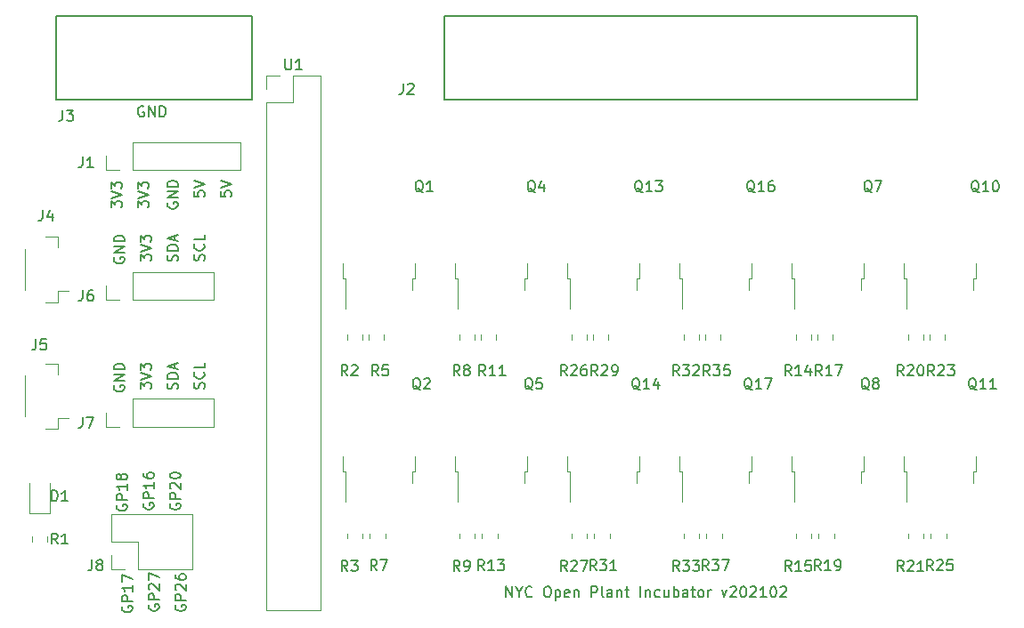
<source format=gbr>
%TF.GenerationSoftware,KiCad,Pcbnew,5.1.9+dfsg1-1*%
%TF.CreationDate,2021-02-28T18:52:37-05:00*%
%TF.ProjectId,incubator_pcb,696e6375-6261-4746-9f72-5f7063622e6b,rev?*%
%TF.SameCoordinates,Original*%
%TF.FileFunction,Legend,Top*%
%TF.FilePolarity,Positive*%
%FSLAX46Y46*%
G04 Gerber Fmt 4.6, Leading zero omitted, Abs format (unit mm)*
G04 Created by KiCad (PCBNEW 5.1.9+dfsg1-1) date 2021-02-28 18:52:37*
%MOMM*%
%LPD*%
G01*
G04 APERTURE LIST*
%ADD10C,0.150000*%
%ADD11C,0.120000*%
G04 APERTURE END LIST*
D10*
X51968476Y-125166380D02*
X51968476Y-124166380D01*
X52539904Y-125166380D01*
X52539904Y-124166380D01*
X53206571Y-124690190D02*
X53206571Y-125166380D01*
X52873238Y-124166380D02*
X53206571Y-124690190D01*
X53539904Y-124166380D01*
X54444666Y-125071142D02*
X54397047Y-125118761D01*
X54254190Y-125166380D01*
X54158952Y-125166380D01*
X54016095Y-125118761D01*
X53920857Y-125023523D01*
X53873238Y-124928285D01*
X53825619Y-124737809D01*
X53825619Y-124594952D01*
X53873238Y-124404476D01*
X53920857Y-124309238D01*
X54016095Y-124214000D01*
X54158952Y-124166380D01*
X54254190Y-124166380D01*
X54397047Y-124214000D01*
X54444666Y-124261619D01*
X55825619Y-124166380D02*
X56016095Y-124166380D01*
X56111333Y-124214000D01*
X56206571Y-124309238D01*
X56254190Y-124499714D01*
X56254190Y-124833047D01*
X56206571Y-125023523D01*
X56111333Y-125118761D01*
X56016095Y-125166380D01*
X55825619Y-125166380D01*
X55730380Y-125118761D01*
X55635142Y-125023523D01*
X55587523Y-124833047D01*
X55587523Y-124499714D01*
X55635142Y-124309238D01*
X55730380Y-124214000D01*
X55825619Y-124166380D01*
X56682761Y-124499714D02*
X56682761Y-125499714D01*
X56682761Y-124547333D02*
X56777999Y-124499714D01*
X56968476Y-124499714D01*
X57063714Y-124547333D01*
X57111333Y-124594952D01*
X57158952Y-124690190D01*
X57158952Y-124975904D01*
X57111333Y-125071142D01*
X57063714Y-125118761D01*
X56968476Y-125166380D01*
X56777999Y-125166380D01*
X56682761Y-125118761D01*
X57968476Y-125118761D02*
X57873238Y-125166380D01*
X57682761Y-125166380D01*
X57587523Y-125118761D01*
X57539904Y-125023523D01*
X57539904Y-124642571D01*
X57587523Y-124547333D01*
X57682761Y-124499714D01*
X57873238Y-124499714D01*
X57968476Y-124547333D01*
X58016095Y-124642571D01*
X58016095Y-124737809D01*
X57539904Y-124833047D01*
X58444666Y-124499714D02*
X58444666Y-125166380D01*
X58444666Y-124594952D02*
X58492285Y-124547333D01*
X58587523Y-124499714D01*
X58730380Y-124499714D01*
X58825619Y-124547333D01*
X58873238Y-124642571D01*
X58873238Y-125166380D01*
X60111333Y-125166380D02*
X60111333Y-124166380D01*
X60492285Y-124166380D01*
X60587523Y-124214000D01*
X60635142Y-124261619D01*
X60682761Y-124356857D01*
X60682761Y-124499714D01*
X60635142Y-124594952D01*
X60587523Y-124642571D01*
X60492285Y-124690190D01*
X60111333Y-124690190D01*
X61254190Y-125166380D02*
X61158952Y-125118761D01*
X61111333Y-125023523D01*
X61111333Y-124166380D01*
X62063714Y-125166380D02*
X62063714Y-124642571D01*
X62016095Y-124547333D01*
X61920857Y-124499714D01*
X61730380Y-124499714D01*
X61635142Y-124547333D01*
X62063714Y-125118761D02*
X61968476Y-125166380D01*
X61730380Y-125166380D01*
X61635142Y-125118761D01*
X61587523Y-125023523D01*
X61587523Y-124928285D01*
X61635142Y-124833047D01*
X61730380Y-124785428D01*
X61968476Y-124785428D01*
X62063714Y-124737809D01*
X62539904Y-124499714D02*
X62539904Y-125166380D01*
X62539904Y-124594952D02*
X62587523Y-124547333D01*
X62682761Y-124499714D01*
X62825619Y-124499714D01*
X62920857Y-124547333D01*
X62968476Y-124642571D01*
X62968476Y-125166380D01*
X63301809Y-124499714D02*
X63682761Y-124499714D01*
X63444666Y-124166380D02*
X63444666Y-125023523D01*
X63492285Y-125118761D01*
X63587523Y-125166380D01*
X63682761Y-125166380D01*
X64777999Y-125166380D02*
X64777999Y-124166380D01*
X65254190Y-124499714D02*
X65254190Y-125166380D01*
X65254190Y-124594952D02*
X65301809Y-124547333D01*
X65397047Y-124499714D01*
X65539904Y-124499714D01*
X65635142Y-124547333D01*
X65682761Y-124642571D01*
X65682761Y-125166380D01*
X66587523Y-125118761D02*
X66492285Y-125166380D01*
X66301809Y-125166380D01*
X66206571Y-125118761D01*
X66158952Y-125071142D01*
X66111333Y-124975904D01*
X66111333Y-124690190D01*
X66158952Y-124594952D01*
X66206571Y-124547333D01*
X66301809Y-124499714D01*
X66492285Y-124499714D01*
X66587523Y-124547333D01*
X67444666Y-124499714D02*
X67444666Y-125166380D01*
X67016095Y-124499714D02*
X67016095Y-125023523D01*
X67063714Y-125118761D01*
X67158952Y-125166380D01*
X67301809Y-125166380D01*
X67397047Y-125118761D01*
X67444666Y-125071142D01*
X67920857Y-125166380D02*
X67920857Y-124166380D01*
X67920857Y-124547333D02*
X68016095Y-124499714D01*
X68206571Y-124499714D01*
X68301809Y-124547333D01*
X68349428Y-124594952D01*
X68397047Y-124690190D01*
X68397047Y-124975904D01*
X68349428Y-125071142D01*
X68301809Y-125118761D01*
X68206571Y-125166380D01*
X68016095Y-125166380D01*
X67920857Y-125118761D01*
X69254190Y-125166380D02*
X69254190Y-124642571D01*
X69206571Y-124547333D01*
X69111333Y-124499714D01*
X68920857Y-124499714D01*
X68825619Y-124547333D01*
X69254190Y-125118761D02*
X69158952Y-125166380D01*
X68920857Y-125166380D01*
X68825619Y-125118761D01*
X68778000Y-125023523D01*
X68778000Y-124928285D01*
X68825619Y-124833047D01*
X68920857Y-124785428D01*
X69158952Y-124785428D01*
X69254190Y-124737809D01*
X69587523Y-124499714D02*
X69968476Y-124499714D01*
X69730380Y-124166380D02*
X69730380Y-125023523D01*
X69778000Y-125118761D01*
X69873238Y-125166380D01*
X69968476Y-125166380D01*
X70444666Y-125166380D02*
X70349428Y-125118761D01*
X70301809Y-125071142D01*
X70254190Y-124975904D01*
X70254190Y-124690190D01*
X70301809Y-124594952D01*
X70349428Y-124547333D01*
X70444666Y-124499714D01*
X70587523Y-124499714D01*
X70682761Y-124547333D01*
X70730380Y-124594952D01*
X70777999Y-124690190D01*
X70777999Y-124975904D01*
X70730380Y-125071142D01*
X70682761Y-125118761D01*
X70587523Y-125166380D01*
X70444666Y-125166380D01*
X71206571Y-125166380D02*
X71206571Y-124499714D01*
X71206571Y-124690190D02*
X71254190Y-124594952D01*
X71301809Y-124547333D01*
X71397047Y-124499714D01*
X71492285Y-124499714D01*
X72492285Y-124499714D02*
X72730380Y-125166380D01*
X72968476Y-124499714D01*
X73301809Y-124261619D02*
X73349428Y-124214000D01*
X73444666Y-124166380D01*
X73682761Y-124166380D01*
X73777999Y-124214000D01*
X73825619Y-124261619D01*
X73873238Y-124356857D01*
X73873238Y-124452095D01*
X73825619Y-124594952D01*
X73254190Y-125166380D01*
X73873238Y-125166380D01*
X74492285Y-124166380D02*
X74587523Y-124166380D01*
X74682761Y-124214000D01*
X74730380Y-124261619D01*
X74777999Y-124356857D01*
X74825619Y-124547333D01*
X74825619Y-124785428D01*
X74777999Y-124975904D01*
X74730380Y-125071142D01*
X74682761Y-125118761D01*
X74587523Y-125166380D01*
X74492285Y-125166380D01*
X74397047Y-125118761D01*
X74349428Y-125071142D01*
X74301809Y-124975904D01*
X74254190Y-124785428D01*
X74254190Y-124547333D01*
X74301809Y-124356857D01*
X74349428Y-124261619D01*
X74397047Y-124214000D01*
X74492285Y-124166380D01*
X75206571Y-124261619D02*
X75254190Y-124214000D01*
X75349428Y-124166380D01*
X75587523Y-124166380D01*
X75682761Y-124214000D01*
X75730380Y-124261619D01*
X75777999Y-124356857D01*
X75777999Y-124452095D01*
X75730380Y-124594952D01*
X75158952Y-125166380D01*
X75777999Y-125166380D01*
X76730380Y-125166380D02*
X76158952Y-125166380D01*
X76444666Y-125166380D02*
X76444666Y-124166380D01*
X76349428Y-124309238D01*
X76254190Y-124404476D01*
X76158952Y-124452095D01*
X77349428Y-124166380D02*
X77444666Y-124166380D01*
X77539904Y-124214000D01*
X77587523Y-124261619D01*
X77635142Y-124356857D01*
X77682761Y-124547333D01*
X77682761Y-124785428D01*
X77635142Y-124975904D01*
X77587523Y-125071142D01*
X77539904Y-125118761D01*
X77444666Y-125166380D01*
X77349428Y-125166380D01*
X77254190Y-125118761D01*
X77206571Y-125071142D01*
X77158952Y-124975904D01*
X77111333Y-124785428D01*
X77111333Y-124547333D01*
X77158952Y-124356857D01*
X77206571Y-124261619D01*
X77254190Y-124214000D01*
X77349428Y-124166380D01*
X78063714Y-124261619D02*
X78111333Y-124214000D01*
X78206571Y-124166380D01*
X78444666Y-124166380D01*
X78539904Y-124214000D01*
X78587523Y-124261619D01*
X78635142Y-124356857D01*
X78635142Y-124452095D01*
X78587523Y-124594952D01*
X78016095Y-125166380D01*
X78635142Y-125166380D01*
X18042000Y-125904476D02*
X17994380Y-125999714D01*
X17994380Y-126142571D01*
X18042000Y-126285428D01*
X18137238Y-126380666D01*
X18232476Y-126428285D01*
X18422952Y-126475904D01*
X18565809Y-126475904D01*
X18756285Y-126428285D01*
X18851523Y-126380666D01*
X18946761Y-126285428D01*
X18994380Y-126142571D01*
X18994380Y-126047333D01*
X18946761Y-125904476D01*
X18899142Y-125856857D01*
X18565809Y-125856857D01*
X18565809Y-126047333D01*
X18994380Y-125428285D02*
X17994380Y-125428285D01*
X17994380Y-125047333D01*
X18042000Y-124952095D01*
X18089619Y-124904476D01*
X18184857Y-124856857D01*
X18327714Y-124856857D01*
X18422952Y-124904476D01*
X18470571Y-124952095D01*
X18518190Y-125047333D01*
X18518190Y-125428285D01*
X18089619Y-124475904D02*
X18042000Y-124428285D01*
X17994380Y-124333047D01*
X17994380Y-124094952D01*
X18042000Y-123999714D01*
X18089619Y-123952095D01*
X18184857Y-123904476D01*
X18280095Y-123904476D01*
X18422952Y-123952095D01*
X18994380Y-124523523D01*
X18994380Y-123904476D01*
X17994380Y-123571142D02*
X17994380Y-122904476D01*
X18994380Y-123333047D01*
X20582000Y-125928285D02*
X20534380Y-126023523D01*
X20534380Y-126166380D01*
X20582000Y-126309237D01*
X20677238Y-126404475D01*
X20772476Y-126452094D01*
X20962952Y-126499713D01*
X21105809Y-126499713D01*
X21296285Y-126452094D01*
X21391523Y-126404475D01*
X21486761Y-126309237D01*
X21534380Y-126166380D01*
X21534380Y-126071142D01*
X21486761Y-125928285D01*
X21439142Y-125880666D01*
X21105809Y-125880666D01*
X21105809Y-126071142D01*
X21534380Y-125452094D02*
X20534380Y-125452094D01*
X20534380Y-125071142D01*
X20582000Y-124975904D01*
X20629619Y-124928285D01*
X20724857Y-124880666D01*
X20867714Y-124880666D01*
X20962952Y-124928285D01*
X21010571Y-124975904D01*
X21058190Y-125071142D01*
X21058190Y-125452094D01*
X20629619Y-124499713D02*
X20582000Y-124452094D01*
X20534380Y-124356856D01*
X20534380Y-124118761D01*
X20582000Y-124023523D01*
X20629619Y-123975904D01*
X20724857Y-123928285D01*
X20820095Y-123928285D01*
X20962952Y-123975904D01*
X21534380Y-124547332D01*
X21534380Y-123928285D01*
X20534380Y-123071142D02*
X20534380Y-123261618D01*
X20582000Y-123356856D01*
X20629619Y-123404475D01*
X20772476Y-123499713D01*
X20962952Y-123547332D01*
X21343904Y-123547332D01*
X21439142Y-123499713D01*
X21486761Y-123452094D01*
X21534380Y-123356856D01*
X21534380Y-123166380D01*
X21486761Y-123071142D01*
X21439142Y-123023523D01*
X21343904Y-122975904D01*
X21105809Y-122975904D01*
X21010571Y-123023523D01*
X20962952Y-123071142D01*
X20915333Y-123166380D01*
X20915333Y-123356856D01*
X20962952Y-123452094D01*
X21010571Y-123499713D01*
X21105809Y-123547332D01*
X15502000Y-126047333D02*
X15454380Y-126142571D01*
X15454380Y-126285428D01*
X15502000Y-126428285D01*
X15597238Y-126523523D01*
X15692476Y-126571142D01*
X15882952Y-126618761D01*
X16025809Y-126618761D01*
X16216285Y-126571142D01*
X16311523Y-126523523D01*
X16406761Y-126428285D01*
X16454380Y-126285428D01*
X16454380Y-126190190D01*
X16406761Y-126047333D01*
X16359142Y-125999714D01*
X16025809Y-125999714D01*
X16025809Y-126190190D01*
X16454380Y-125571142D02*
X15454380Y-125571142D01*
X15454380Y-125190190D01*
X15502000Y-125094952D01*
X15549619Y-125047333D01*
X15644857Y-124999714D01*
X15787714Y-124999714D01*
X15882952Y-125047333D01*
X15930571Y-125094952D01*
X15978190Y-125190190D01*
X15978190Y-125571142D01*
X16454380Y-124047333D02*
X16454380Y-124618761D01*
X16454380Y-124333047D02*
X15454380Y-124333047D01*
X15597238Y-124428285D01*
X15692476Y-124523523D01*
X15740095Y-124618761D01*
X15454380Y-123713999D02*
X15454380Y-123047333D01*
X16454380Y-123475904D01*
X17534000Y-116252476D02*
X17486380Y-116347714D01*
X17486380Y-116490571D01*
X17534000Y-116633428D01*
X17629238Y-116728666D01*
X17724476Y-116776285D01*
X17914952Y-116823904D01*
X18057809Y-116823904D01*
X18248285Y-116776285D01*
X18343523Y-116728666D01*
X18438761Y-116633428D01*
X18486380Y-116490571D01*
X18486380Y-116395333D01*
X18438761Y-116252476D01*
X18391142Y-116204857D01*
X18057809Y-116204857D01*
X18057809Y-116395333D01*
X18486380Y-115776285D02*
X17486380Y-115776285D01*
X17486380Y-115395333D01*
X17534000Y-115300095D01*
X17581619Y-115252476D01*
X17676857Y-115204857D01*
X17819714Y-115204857D01*
X17914952Y-115252476D01*
X17962571Y-115300095D01*
X18010190Y-115395333D01*
X18010190Y-115776285D01*
X18486380Y-114252476D02*
X18486380Y-114823904D01*
X18486380Y-114538190D02*
X17486380Y-114538190D01*
X17629238Y-114633428D01*
X17724476Y-114728666D01*
X17772095Y-114823904D01*
X17486380Y-113395333D02*
X17486380Y-113585809D01*
X17534000Y-113681047D01*
X17581619Y-113728666D01*
X17724476Y-113823904D01*
X17914952Y-113871523D01*
X18295904Y-113871523D01*
X18391142Y-113823904D01*
X18438761Y-113776285D01*
X18486380Y-113681047D01*
X18486380Y-113490571D01*
X18438761Y-113395333D01*
X18391142Y-113347714D01*
X18295904Y-113300095D01*
X18057809Y-113300095D01*
X17962571Y-113347714D01*
X17914952Y-113395333D01*
X17867333Y-113490571D01*
X17867333Y-113681047D01*
X17914952Y-113776285D01*
X17962571Y-113823904D01*
X18057809Y-113871523D01*
X20074000Y-116276285D02*
X20026380Y-116371523D01*
X20026380Y-116514380D01*
X20074000Y-116657237D01*
X20169238Y-116752475D01*
X20264476Y-116800094D01*
X20454952Y-116847713D01*
X20597809Y-116847713D01*
X20788285Y-116800094D01*
X20883523Y-116752475D01*
X20978761Y-116657237D01*
X21026380Y-116514380D01*
X21026380Y-116419142D01*
X20978761Y-116276285D01*
X20931142Y-116228666D01*
X20597809Y-116228666D01*
X20597809Y-116419142D01*
X21026380Y-115800094D02*
X20026380Y-115800094D01*
X20026380Y-115419142D01*
X20074000Y-115323904D01*
X20121619Y-115276285D01*
X20216857Y-115228666D01*
X20359714Y-115228666D01*
X20454952Y-115276285D01*
X20502571Y-115323904D01*
X20550190Y-115419142D01*
X20550190Y-115800094D01*
X20121619Y-114847713D02*
X20074000Y-114800094D01*
X20026380Y-114704856D01*
X20026380Y-114466761D01*
X20074000Y-114371523D01*
X20121619Y-114323904D01*
X20216857Y-114276285D01*
X20312095Y-114276285D01*
X20454952Y-114323904D01*
X21026380Y-114895332D01*
X21026380Y-114276285D01*
X20026380Y-113657237D02*
X20026380Y-113561999D01*
X20074000Y-113466761D01*
X20121619Y-113419142D01*
X20216857Y-113371523D01*
X20407333Y-113323904D01*
X20645428Y-113323904D01*
X20835904Y-113371523D01*
X20931142Y-113419142D01*
X20978761Y-113466761D01*
X21026380Y-113561999D01*
X21026380Y-113657237D01*
X20978761Y-113752475D01*
X20931142Y-113800094D01*
X20835904Y-113847713D01*
X20645428Y-113895332D01*
X20407333Y-113895332D01*
X20216857Y-113847713D01*
X20121619Y-113800094D01*
X20074000Y-113752475D01*
X20026380Y-113657237D01*
X14994000Y-116395333D02*
X14946380Y-116490571D01*
X14946380Y-116633428D01*
X14994000Y-116776285D01*
X15089238Y-116871523D01*
X15184476Y-116919142D01*
X15374952Y-116966761D01*
X15517809Y-116966761D01*
X15708285Y-116919142D01*
X15803523Y-116871523D01*
X15898761Y-116776285D01*
X15946380Y-116633428D01*
X15946380Y-116538190D01*
X15898761Y-116395333D01*
X15851142Y-116347714D01*
X15517809Y-116347714D01*
X15517809Y-116538190D01*
X15946380Y-115919142D02*
X14946380Y-115919142D01*
X14946380Y-115538190D01*
X14994000Y-115442952D01*
X15041619Y-115395333D01*
X15136857Y-115347714D01*
X15279714Y-115347714D01*
X15374952Y-115395333D01*
X15422571Y-115442952D01*
X15470190Y-115538190D01*
X15470190Y-115919142D01*
X15946380Y-114395333D02*
X15946380Y-114966761D01*
X15946380Y-114681047D02*
X14946380Y-114681047D01*
X15089238Y-114776285D01*
X15184476Y-114871523D01*
X15232095Y-114966761D01*
X15374952Y-113823904D02*
X15327333Y-113919142D01*
X15279714Y-113966761D01*
X15184476Y-114014380D01*
X15136857Y-114014380D01*
X15041619Y-113966761D01*
X14994000Y-113919142D01*
X14946380Y-113823904D01*
X14946380Y-113633428D01*
X14994000Y-113538190D01*
X15041619Y-113490571D01*
X15136857Y-113442952D01*
X15184476Y-113442952D01*
X15279714Y-113490571D01*
X15327333Y-113538190D01*
X15374952Y-113633428D01*
X15374952Y-113823904D01*
X15422571Y-113919142D01*
X15470190Y-113966761D01*
X15565428Y-114014380D01*
X15755904Y-114014380D01*
X15851142Y-113966761D01*
X15898761Y-113919142D01*
X15946380Y-113823904D01*
X15946380Y-113633428D01*
X15898761Y-113538190D01*
X15851142Y-113490571D01*
X15755904Y-113442952D01*
X15565428Y-113442952D01*
X15470190Y-113490571D01*
X15422571Y-113538190D01*
X15374952Y-113633428D01*
X23264761Y-93138476D02*
X23312380Y-92995619D01*
X23312380Y-92757523D01*
X23264761Y-92662285D01*
X23217142Y-92614666D01*
X23121904Y-92567047D01*
X23026666Y-92567047D01*
X22931428Y-92614666D01*
X22883809Y-92662285D01*
X22836190Y-92757523D01*
X22788571Y-92948000D01*
X22740952Y-93043238D01*
X22693333Y-93090857D01*
X22598095Y-93138476D01*
X22502857Y-93138476D01*
X22407619Y-93090857D01*
X22360000Y-93043238D01*
X22312380Y-92948000D01*
X22312380Y-92709904D01*
X22360000Y-92567047D01*
X23217142Y-91567047D02*
X23264761Y-91614666D01*
X23312380Y-91757523D01*
X23312380Y-91852761D01*
X23264761Y-91995619D01*
X23169523Y-92090857D01*
X23074285Y-92138476D01*
X22883809Y-92186095D01*
X22740952Y-92186095D01*
X22550476Y-92138476D01*
X22455238Y-92090857D01*
X22360000Y-91995619D01*
X22312380Y-91852761D01*
X22312380Y-91757523D01*
X22360000Y-91614666D01*
X22407619Y-91567047D01*
X23312380Y-90662285D02*
X23312380Y-91138476D01*
X22312380Y-91138476D01*
X17232380Y-93186095D02*
X17232380Y-92567047D01*
X17613333Y-92900380D01*
X17613333Y-92757523D01*
X17660952Y-92662285D01*
X17708571Y-92614666D01*
X17803809Y-92567047D01*
X18041904Y-92567047D01*
X18137142Y-92614666D01*
X18184761Y-92662285D01*
X18232380Y-92757523D01*
X18232380Y-93043238D01*
X18184761Y-93138476D01*
X18137142Y-93186095D01*
X17232380Y-92281333D02*
X18232380Y-91948000D01*
X17232380Y-91614666D01*
X17232380Y-91376571D02*
X17232380Y-90757523D01*
X17613333Y-91090857D01*
X17613333Y-90948000D01*
X17660952Y-90852761D01*
X17708571Y-90805142D01*
X17803809Y-90757523D01*
X18041904Y-90757523D01*
X18137142Y-90805142D01*
X18184761Y-90852761D01*
X18232380Y-90948000D01*
X18232380Y-91233714D01*
X18184761Y-91328952D01*
X18137142Y-91376571D01*
X20724761Y-93186094D02*
X20772380Y-93043237D01*
X20772380Y-92805142D01*
X20724761Y-92709904D01*
X20677142Y-92662285D01*
X20581904Y-92614666D01*
X20486666Y-92614666D01*
X20391428Y-92662285D01*
X20343809Y-92709904D01*
X20296190Y-92805142D01*
X20248571Y-92995618D01*
X20200952Y-93090856D01*
X20153333Y-93138475D01*
X20058095Y-93186094D01*
X19962857Y-93186094D01*
X19867619Y-93138475D01*
X19820000Y-93090856D01*
X19772380Y-92995618D01*
X19772380Y-92757523D01*
X19820000Y-92614666D01*
X20772380Y-92186094D02*
X19772380Y-92186094D01*
X19772380Y-91947999D01*
X19820000Y-91805142D01*
X19915238Y-91709904D01*
X20010476Y-91662285D01*
X20200952Y-91614666D01*
X20343809Y-91614666D01*
X20534285Y-91662285D01*
X20629523Y-91709904D01*
X20724761Y-91805142D01*
X20772380Y-91947999D01*
X20772380Y-92186094D01*
X20486666Y-91233713D02*
X20486666Y-90757523D01*
X20772380Y-91328951D02*
X19772380Y-90995618D01*
X20772380Y-90662285D01*
X14740000Y-92852761D02*
X14692380Y-92947999D01*
X14692380Y-93090857D01*
X14740000Y-93233714D01*
X14835238Y-93328952D01*
X14930476Y-93376571D01*
X15120952Y-93424190D01*
X15263809Y-93424190D01*
X15454285Y-93376571D01*
X15549523Y-93328952D01*
X15644761Y-93233714D01*
X15692380Y-93090857D01*
X15692380Y-92995618D01*
X15644761Y-92852761D01*
X15597142Y-92805142D01*
X15263809Y-92805142D01*
X15263809Y-92995618D01*
X15692380Y-92376571D02*
X14692380Y-92376571D01*
X15692380Y-91805142D01*
X14692380Y-91805142D01*
X15692380Y-91328952D02*
X14692380Y-91328952D01*
X14692380Y-91090857D01*
X14740000Y-90947999D01*
X14835238Y-90852761D01*
X14930476Y-90805142D01*
X15120952Y-90757523D01*
X15263809Y-90757523D01*
X15454285Y-90805142D01*
X15549523Y-90852761D01*
X15644761Y-90947999D01*
X15692380Y-91090857D01*
X15692380Y-91328952D01*
X23264761Y-105330476D02*
X23312380Y-105187619D01*
X23312380Y-104949523D01*
X23264761Y-104854285D01*
X23217142Y-104806666D01*
X23121904Y-104759047D01*
X23026666Y-104759047D01*
X22931428Y-104806666D01*
X22883809Y-104854285D01*
X22836190Y-104949523D01*
X22788571Y-105140000D01*
X22740952Y-105235238D01*
X22693333Y-105282857D01*
X22598095Y-105330476D01*
X22502857Y-105330476D01*
X22407619Y-105282857D01*
X22360000Y-105235238D01*
X22312380Y-105140000D01*
X22312380Y-104901904D01*
X22360000Y-104759047D01*
X23217142Y-103759047D02*
X23264761Y-103806666D01*
X23312380Y-103949523D01*
X23312380Y-104044761D01*
X23264761Y-104187619D01*
X23169523Y-104282857D01*
X23074285Y-104330476D01*
X22883809Y-104378095D01*
X22740952Y-104378095D01*
X22550476Y-104330476D01*
X22455238Y-104282857D01*
X22360000Y-104187619D01*
X22312380Y-104044761D01*
X22312380Y-103949523D01*
X22360000Y-103806666D01*
X22407619Y-103759047D01*
X23312380Y-102854285D02*
X23312380Y-103330476D01*
X22312380Y-103330476D01*
X20724761Y-105378094D02*
X20772380Y-105235237D01*
X20772380Y-104997142D01*
X20724761Y-104901904D01*
X20677142Y-104854285D01*
X20581904Y-104806666D01*
X20486666Y-104806666D01*
X20391428Y-104854285D01*
X20343809Y-104901904D01*
X20296190Y-104997142D01*
X20248571Y-105187618D01*
X20200952Y-105282856D01*
X20153333Y-105330475D01*
X20058095Y-105378094D01*
X19962857Y-105378094D01*
X19867619Y-105330475D01*
X19820000Y-105282856D01*
X19772380Y-105187618D01*
X19772380Y-104949523D01*
X19820000Y-104806666D01*
X20772380Y-104378094D02*
X19772380Y-104378094D01*
X19772380Y-104139999D01*
X19820000Y-103997142D01*
X19915238Y-103901904D01*
X20010476Y-103854285D01*
X20200952Y-103806666D01*
X20343809Y-103806666D01*
X20534285Y-103854285D01*
X20629523Y-103901904D01*
X20724761Y-103997142D01*
X20772380Y-104139999D01*
X20772380Y-104378094D01*
X20486666Y-103425713D02*
X20486666Y-102949523D01*
X20772380Y-103520951D02*
X19772380Y-103187618D01*
X20772380Y-102854285D01*
X17232380Y-105378095D02*
X17232380Y-104759047D01*
X17613333Y-105092380D01*
X17613333Y-104949523D01*
X17660952Y-104854285D01*
X17708571Y-104806666D01*
X17803809Y-104759047D01*
X18041904Y-104759047D01*
X18137142Y-104806666D01*
X18184761Y-104854285D01*
X18232380Y-104949523D01*
X18232380Y-105235238D01*
X18184761Y-105330476D01*
X18137142Y-105378095D01*
X17232380Y-104473333D02*
X18232380Y-104140000D01*
X17232380Y-103806666D01*
X17232380Y-103568571D02*
X17232380Y-102949523D01*
X17613333Y-103282857D01*
X17613333Y-103140000D01*
X17660952Y-103044761D01*
X17708571Y-102997142D01*
X17803809Y-102949523D01*
X18041904Y-102949523D01*
X18137142Y-102997142D01*
X18184761Y-103044761D01*
X18232380Y-103140000D01*
X18232380Y-103425714D01*
X18184761Y-103520952D01*
X18137142Y-103568571D01*
X14740000Y-105044761D02*
X14692380Y-105139999D01*
X14692380Y-105282857D01*
X14740000Y-105425714D01*
X14835238Y-105520952D01*
X14930476Y-105568571D01*
X15120952Y-105616190D01*
X15263809Y-105616190D01*
X15454285Y-105568571D01*
X15549523Y-105520952D01*
X15644761Y-105425714D01*
X15692380Y-105282857D01*
X15692380Y-105187618D01*
X15644761Y-105044761D01*
X15597142Y-104997142D01*
X15263809Y-104997142D01*
X15263809Y-105187618D01*
X15692380Y-104568571D02*
X14692380Y-104568571D01*
X15692380Y-103997142D01*
X14692380Y-103997142D01*
X15692380Y-103520952D02*
X14692380Y-103520952D01*
X14692380Y-103282857D01*
X14740000Y-103139999D01*
X14835238Y-103044761D01*
X14930476Y-102997142D01*
X15120952Y-102949523D01*
X15263809Y-102949523D01*
X15454285Y-102997142D01*
X15549523Y-103044761D01*
X15644761Y-103139999D01*
X15692380Y-103282857D01*
X15692380Y-103520952D01*
X22312380Y-86550476D02*
X22312380Y-87026666D01*
X22788571Y-87074285D01*
X22740952Y-87026666D01*
X22693333Y-86931428D01*
X22693333Y-86693333D01*
X22740952Y-86598095D01*
X22788571Y-86550476D01*
X22883809Y-86502857D01*
X23121904Y-86502857D01*
X23217142Y-86550476D01*
X23264761Y-86598095D01*
X23312380Y-86693333D01*
X23312380Y-86931428D01*
X23264761Y-87026666D01*
X23217142Y-87074285D01*
X22312380Y-86217142D02*
X23312380Y-85883809D01*
X22312380Y-85550476D01*
X16978380Y-88106095D02*
X16978380Y-87487047D01*
X17359333Y-87820380D01*
X17359333Y-87677523D01*
X17406952Y-87582285D01*
X17454571Y-87534666D01*
X17549809Y-87487047D01*
X17787904Y-87487047D01*
X17883142Y-87534666D01*
X17930761Y-87582285D01*
X17978380Y-87677523D01*
X17978380Y-87963238D01*
X17930761Y-88058476D01*
X17883142Y-88106095D01*
X16978380Y-87201333D02*
X17978380Y-86868000D01*
X16978380Y-86534666D01*
X16978380Y-86296571D02*
X16978380Y-85677523D01*
X17359333Y-86010857D01*
X17359333Y-85868000D01*
X17406952Y-85772761D01*
X17454571Y-85725142D01*
X17549809Y-85677523D01*
X17787904Y-85677523D01*
X17883142Y-85725142D01*
X17930761Y-85772761D01*
X17978380Y-85868000D01*
X17978380Y-86153714D01*
X17930761Y-86248952D01*
X17883142Y-86296571D01*
X14438380Y-88106095D02*
X14438380Y-87487047D01*
X14819333Y-87820380D01*
X14819333Y-87677523D01*
X14866952Y-87582285D01*
X14914571Y-87534666D01*
X15009809Y-87487047D01*
X15247904Y-87487047D01*
X15343142Y-87534666D01*
X15390761Y-87582285D01*
X15438380Y-87677523D01*
X15438380Y-87963238D01*
X15390761Y-88058476D01*
X15343142Y-88106095D01*
X14438380Y-87201333D02*
X15438380Y-86868000D01*
X14438380Y-86534666D01*
X14438380Y-86296571D02*
X14438380Y-85677523D01*
X14819333Y-86010857D01*
X14819333Y-85868000D01*
X14866952Y-85772761D01*
X14914571Y-85725142D01*
X15009809Y-85677523D01*
X15247904Y-85677523D01*
X15343142Y-85725142D01*
X15390761Y-85772761D01*
X15438380Y-85868000D01*
X15438380Y-86153714D01*
X15390761Y-86248952D01*
X15343142Y-86296571D01*
X24852380Y-86550476D02*
X24852380Y-87026666D01*
X25328571Y-87074285D01*
X25280952Y-87026666D01*
X25233333Y-86931428D01*
X25233333Y-86693333D01*
X25280952Y-86598095D01*
X25328571Y-86550476D01*
X25423809Y-86502857D01*
X25661904Y-86502857D01*
X25757142Y-86550476D01*
X25804761Y-86598095D01*
X25852380Y-86693333D01*
X25852380Y-86931428D01*
X25804761Y-87026666D01*
X25757142Y-87074285D01*
X24852380Y-86217142D02*
X25852380Y-85883809D01*
X24852380Y-85550476D01*
X19820000Y-87629904D02*
X19772380Y-87725142D01*
X19772380Y-87868000D01*
X19820000Y-88010857D01*
X19915238Y-88106095D01*
X20010476Y-88153714D01*
X20200952Y-88201333D01*
X20343809Y-88201333D01*
X20534285Y-88153714D01*
X20629523Y-88106095D01*
X20724761Y-88010857D01*
X20772380Y-87868000D01*
X20772380Y-87772761D01*
X20724761Y-87629904D01*
X20677142Y-87582285D01*
X20343809Y-87582285D01*
X20343809Y-87772761D01*
X20772380Y-87153714D02*
X19772380Y-87153714D01*
X20772380Y-86582285D01*
X19772380Y-86582285D01*
X20772380Y-86106095D02*
X19772380Y-86106095D01*
X19772380Y-85868000D01*
X19820000Y-85725142D01*
X19915238Y-85629904D01*
X20010476Y-85582285D01*
X20200952Y-85534666D01*
X20343809Y-85534666D01*
X20534285Y-85582285D01*
X20629523Y-85629904D01*
X20724761Y-85725142D01*
X20772380Y-85868000D01*
X20772380Y-86106095D01*
X17526095Y-78494000D02*
X17430857Y-78446380D01*
X17288000Y-78446380D01*
X17145142Y-78494000D01*
X17049904Y-78589238D01*
X17002285Y-78684476D01*
X16954666Y-78874952D01*
X16954666Y-79017809D01*
X17002285Y-79208285D01*
X17049904Y-79303523D01*
X17145142Y-79398761D01*
X17288000Y-79446380D01*
X17383238Y-79446380D01*
X17526095Y-79398761D01*
X17573714Y-79351142D01*
X17573714Y-79017809D01*
X17383238Y-79017809D01*
X18002285Y-79446380D02*
X18002285Y-78446380D01*
X18573714Y-79446380D01*
X18573714Y-78446380D01*
X19049904Y-79446380D02*
X19049904Y-78446380D01*
X19288000Y-78446380D01*
X19430857Y-78494000D01*
X19526095Y-78589238D01*
X19573714Y-78684476D01*
X19621333Y-78874952D01*
X19621333Y-79017809D01*
X19573714Y-79208285D01*
X19526095Y-79303523D01*
X19430857Y-79398761D01*
X19288000Y-79446380D01*
X19049904Y-79446380D01*
D11*
X14418000Y-122488000D02*
X14418000Y-121158000D01*
X15748000Y-122488000D02*
X14418000Y-122488000D01*
X14418000Y-119888000D02*
X14418000Y-117288000D01*
X17018000Y-119888000D02*
X14418000Y-119888000D01*
X17018000Y-122488000D02*
X17018000Y-119888000D01*
X14418000Y-117288000D02*
X22158000Y-117288000D01*
X17018000Y-122488000D02*
X22158000Y-122488000D01*
X22158000Y-122488000D02*
X22158000Y-117288000D01*
X43051380Y-94870120D02*
X43051380Y-95970120D01*
X43321380Y-94870120D02*
X43051380Y-94870120D01*
X43321380Y-93370120D02*
X43321380Y-94870120D01*
X36691380Y-94870120D02*
X36691380Y-97700120D01*
X36421380Y-94870120D02*
X36691380Y-94870120D01*
X36421380Y-93370120D02*
X36421380Y-94870120D01*
X13910000Y-108949999D02*
X13910000Y-107619999D01*
X15240000Y-108949999D02*
X13910000Y-108949999D01*
X16510000Y-108949999D02*
X16510000Y-106289999D01*
X16510000Y-106289999D02*
X24190000Y-106289999D01*
X16510000Y-108949999D02*
X24190000Y-108949999D01*
X24190000Y-108949999D02*
X24190000Y-106289999D01*
X13910000Y-96884999D02*
X13910000Y-95554999D01*
X15240000Y-96884999D02*
X13910000Y-96884999D01*
X16510000Y-96884999D02*
X16510000Y-94224999D01*
X16510000Y-94224999D02*
X24190000Y-94224999D01*
X16510000Y-96884999D02*
X24190000Y-96884999D01*
X24190000Y-96884999D02*
X24190000Y-94224999D01*
X53719380Y-94870120D02*
X53719380Y-95970120D01*
X53989380Y-94870120D02*
X53719380Y-94870120D01*
X53989380Y-93370120D02*
X53989380Y-94870120D01*
X47359380Y-94870120D02*
X47359380Y-97700120D01*
X47089380Y-94870120D02*
X47359380Y-94870120D01*
X47089380Y-93370120D02*
X47089380Y-94870120D01*
X71020000Y-119136936D02*
X71020000Y-119591064D01*
X72490000Y-119136936D02*
X72490000Y-119591064D01*
X70893000Y-100213936D02*
X70893000Y-100668064D01*
X72363000Y-100213936D02*
X72363000Y-100668064D01*
X68855380Y-119113056D02*
X68855380Y-119567184D01*
X70325380Y-119113056D02*
X70325380Y-119567184D01*
X68855380Y-100213936D02*
X68855380Y-100668064D01*
X70325380Y-100213936D02*
X70325380Y-100668064D01*
X60352000Y-119136936D02*
X60352000Y-119591064D01*
X61822000Y-119136936D02*
X61822000Y-119591064D01*
X60225000Y-100213936D02*
X60225000Y-100668064D01*
X61695000Y-100213936D02*
X61695000Y-100668064D01*
X58187380Y-119113056D02*
X58187380Y-119567184D01*
X59657380Y-119113056D02*
X59657380Y-119567184D01*
X58187380Y-100213936D02*
X58187380Y-100668064D01*
X59657380Y-100213936D02*
X59657380Y-100668064D01*
X92356000Y-119136936D02*
X92356000Y-119591064D01*
X93826000Y-119136936D02*
X93826000Y-119591064D01*
X92229000Y-100213936D02*
X92229000Y-100668064D01*
X93699000Y-100213936D02*
X93699000Y-100668064D01*
X90191380Y-119113056D02*
X90191380Y-119567184D01*
X91661380Y-119113056D02*
X91661380Y-119567184D01*
X90191380Y-100213936D02*
X90191380Y-100668064D01*
X91661380Y-100213936D02*
X91661380Y-100668064D01*
X81688000Y-119136936D02*
X81688000Y-119591064D01*
X83158000Y-119136936D02*
X83158000Y-119591064D01*
X81561000Y-100213936D02*
X81561000Y-100668064D01*
X83031000Y-100213936D02*
X83031000Y-100668064D01*
X79523380Y-119113056D02*
X79523380Y-119567184D01*
X80993380Y-119113056D02*
X80993380Y-119567184D01*
X79523380Y-100213936D02*
X79523380Y-100668064D01*
X80993380Y-100213936D02*
X80993380Y-100668064D01*
X49684000Y-119136936D02*
X49684000Y-119591064D01*
X51154000Y-119136936D02*
X51154000Y-119591064D01*
X49557000Y-100213936D02*
X49557000Y-100668064D01*
X51027000Y-100213936D02*
X51027000Y-100668064D01*
X47519380Y-119113056D02*
X47519380Y-119567184D01*
X48989380Y-119113056D02*
X48989380Y-119567184D01*
X47519380Y-100213936D02*
X47519380Y-100668064D01*
X48989380Y-100213936D02*
X48989380Y-100668064D01*
X39016000Y-119136936D02*
X39016000Y-119591064D01*
X40486000Y-119136936D02*
X40486000Y-119591064D01*
X38889000Y-100213936D02*
X38889000Y-100668064D01*
X40359000Y-100213936D02*
X40359000Y-100668064D01*
X36851380Y-119113056D02*
X36851380Y-119567184D01*
X38321380Y-119113056D02*
X38321380Y-119567184D01*
X36851380Y-100213936D02*
X36851380Y-100668064D01*
X38321380Y-100213936D02*
X38321380Y-100668064D01*
X8355000Y-119877064D02*
X8355000Y-119422936D01*
X6885000Y-119877064D02*
X6885000Y-119422936D01*
X29150000Y-75505000D02*
X30480000Y-75505000D01*
X29150000Y-76835000D02*
X29150000Y-75505000D01*
X31750000Y-75505000D02*
X34350000Y-75505000D01*
X31750000Y-78105000D02*
X31750000Y-75505000D01*
X29150000Y-78105000D02*
X31750000Y-78105000D01*
X34350000Y-75505000D02*
X34350000Y-126425000D01*
X29150000Y-78105000D02*
X29150000Y-126425000D01*
X29150000Y-126425000D02*
X34350000Y-126425000D01*
X6245000Y-107985000D02*
X6245000Y-104105000D01*
X9365000Y-102935000D02*
X9365000Y-103985000D01*
X8215000Y-102935000D02*
X9365000Y-102935000D01*
X9365000Y-108105000D02*
X10355000Y-108105000D01*
X9365000Y-109155000D02*
X9365000Y-108105000D01*
X8215000Y-109155000D02*
X9365000Y-109155000D01*
X6245000Y-95920000D02*
X6245000Y-92040000D01*
X9365000Y-90870000D02*
X9365000Y-91920000D01*
X8215000Y-90870000D02*
X9365000Y-90870000D01*
X9365000Y-96040000D02*
X10355000Y-96040000D01*
X9365000Y-97090000D02*
X9365000Y-96040000D01*
X8215000Y-97090000D02*
X9365000Y-97090000D01*
D10*
X27813000Y-77810000D02*
X27813000Y-69850000D01*
X27813000Y-69850000D02*
X9168000Y-69850000D01*
X9168000Y-77810000D02*
X27813000Y-77810000D01*
X9168000Y-69850000D02*
X9168000Y-77810000D01*
D11*
X13910000Y-84515000D02*
X13910000Y-83185000D01*
X15240000Y-84515000D02*
X13910000Y-84515000D01*
X16510000Y-84515000D02*
X16510000Y-81855000D01*
X16510000Y-81855000D02*
X26730000Y-81855000D01*
X16510000Y-84515000D02*
X26730000Y-84515000D01*
X26730000Y-84515000D02*
X26730000Y-81855000D01*
X75055380Y-113250120D02*
X75055380Y-114350120D01*
X75325380Y-113250120D02*
X75055380Y-113250120D01*
X75325380Y-111750120D02*
X75325380Y-113250120D01*
X68695380Y-113250120D02*
X68695380Y-116080120D01*
X68425380Y-113250120D02*
X68695380Y-113250120D01*
X68425380Y-111750120D02*
X68425380Y-113250120D01*
X75055380Y-94870120D02*
X75055380Y-95970120D01*
X75325380Y-94870120D02*
X75055380Y-94870120D01*
X75325380Y-93370120D02*
X75325380Y-94870120D01*
X68695380Y-94870120D02*
X68695380Y-97700120D01*
X68425380Y-94870120D02*
X68695380Y-94870120D01*
X68425380Y-93370120D02*
X68425380Y-94870120D01*
X64387380Y-113250120D02*
X64387380Y-114350120D01*
X64657380Y-113250120D02*
X64387380Y-113250120D01*
X64657380Y-111750120D02*
X64657380Y-113250120D01*
X58027380Y-113250120D02*
X58027380Y-116080120D01*
X57757380Y-113250120D02*
X58027380Y-113250120D01*
X57757380Y-111750120D02*
X57757380Y-113250120D01*
X64387380Y-94870120D02*
X64387380Y-95970120D01*
X64657380Y-94870120D02*
X64387380Y-94870120D01*
X64657380Y-93370120D02*
X64657380Y-94870120D01*
X58027380Y-94870120D02*
X58027380Y-97700120D01*
X57757380Y-94870120D02*
X58027380Y-94870120D01*
X57757380Y-93370120D02*
X57757380Y-94870120D01*
X96391380Y-113250120D02*
X96391380Y-114350120D01*
X96661380Y-113250120D02*
X96391380Y-113250120D01*
X96661380Y-111750120D02*
X96661380Y-113250120D01*
X90031380Y-113250120D02*
X90031380Y-116080120D01*
X89761380Y-113250120D02*
X90031380Y-113250120D01*
X89761380Y-111750120D02*
X89761380Y-113250120D01*
X96391380Y-94870120D02*
X96391380Y-95970120D01*
X96661380Y-94870120D02*
X96391380Y-94870120D01*
X96661380Y-93370120D02*
X96661380Y-94870120D01*
X90031380Y-94870120D02*
X90031380Y-97700120D01*
X89761380Y-94870120D02*
X90031380Y-94870120D01*
X89761380Y-93370120D02*
X89761380Y-94870120D01*
X85723380Y-113250120D02*
X85723380Y-114350120D01*
X85993380Y-113250120D02*
X85723380Y-113250120D01*
X85993380Y-111750120D02*
X85993380Y-113250120D01*
X79363380Y-113250120D02*
X79363380Y-116080120D01*
X79093380Y-113250120D02*
X79363380Y-113250120D01*
X79093380Y-111750120D02*
X79093380Y-113250120D01*
X85723380Y-94870120D02*
X85723380Y-95970120D01*
X85993380Y-94870120D02*
X85723380Y-94870120D01*
X85993380Y-93370120D02*
X85993380Y-94870120D01*
X79363380Y-94870120D02*
X79363380Y-97700120D01*
X79093380Y-94870120D02*
X79363380Y-94870120D01*
X79093380Y-93370120D02*
X79093380Y-94870120D01*
X53719380Y-113250120D02*
X53719380Y-114350120D01*
X53989380Y-113250120D02*
X53719380Y-113250120D01*
X53989380Y-111750120D02*
X53989380Y-113250120D01*
X47359380Y-113250120D02*
X47359380Y-116080120D01*
X47089380Y-113250120D02*
X47359380Y-113250120D01*
X47089380Y-111750120D02*
X47089380Y-113250120D01*
X43051380Y-113250120D02*
X43051380Y-114350120D01*
X43321380Y-113250120D02*
X43051380Y-113250120D01*
X43321380Y-111750120D02*
X43321380Y-113250120D01*
X36691380Y-113250120D02*
X36691380Y-116080120D01*
X36421380Y-113250120D02*
X36691380Y-113250120D01*
X36421380Y-111750120D02*
X36421380Y-113250120D01*
D10*
X46125000Y-77810000D02*
X91035000Y-77810000D01*
X91035000Y-77810000D02*
X91035000Y-69850000D01*
X91035000Y-69850000D02*
X46125000Y-69850000D01*
X46125000Y-69850000D02*
X46125000Y-77810000D01*
D11*
X8580000Y-117185000D02*
X8580000Y-114325000D01*
X6660000Y-117185000D02*
X8580000Y-117185000D01*
X6660000Y-114325000D02*
X6660000Y-117185000D01*
D10*
X12620666Y-121626380D02*
X12620666Y-122340666D01*
X12573047Y-122483523D01*
X12477809Y-122578761D01*
X12334952Y-122626380D01*
X12239714Y-122626380D01*
X13239714Y-122054952D02*
X13144476Y-122007333D01*
X13096857Y-121959714D01*
X13049238Y-121864476D01*
X13049238Y-121816857D01*
X13096857Y-121721619D01*
X13144476Y-121674000D01*
X13239714Y-121626380D01*
X13430190Y-121626380D01*
X13525428Y-121674000D01*
X13573047Y-121721619D01*
X13620666Y-121816857D01*
X13620666Y-121864476D01*
X13573047Y-121959714D01*
X13525428Y-122007333D01*
X13430190Y-122054952D01*
X13239714Y-122054952D01*
X13144476Y-122102571D01*
X13096857Y-122150190D01*
X13049238Y-122245428D01*
X13049238Y-122435904D01*
X13096857Y-122531142D01*
X13144476Y-122578761D01*
X13239714Y-122626380D01*
X13430190Y-122626380D01*
X13525428Y-122578761D01*
X13573047Y-122531142D01*
X13620666Y-122435904D01*
X13620666Y-122245428D01*
X13573047Y-122150190D01*
X13525428Y-122102571D01*
X13430190Y-122054952D01*
X44100761Y-86653619D02*
X44005523Y-86606000D01*
X43910285Y-86510761D01*
X43767428Y-86367904D01*
X43672190Y-86320285D01*
X43576952Y-86320285D01*
X43624571Y-86558380D02*
X43529333Y-86510761D01*
X43434095Y-86415523D01*
X43386476Y-86225047D01*
X43386476Y-85891714D01*
X43434095Y-85701238D01*
X43529333Y-85606000D01*
X43624571Y-85558380D01*
X43815047Y-85558380D01*
X43910285Y-85606000D01*
X44005523Y-85701238D01*
X44053142Y-85891714D01*
X44053142Y-86225047D01*
X44005523Y-86415523D01*
X43910285Y-86510761D01*
X43815047Y-86558380D01*
X43624571Y-86558380D01*
X45005523Y-86558380D02*
X44434095Y-86558380D01*
X44719809Y-86558380D02*
X44719809Y-85558380D01*
X44624571Y-85701238D01*
X44529333Y-85796476D01*
X44434095Y-85844095D01*
X11731666Y-108037380D02*
X11731666Y-108751666D01*
X11684047Y-108894523D01*
X11588809Y-108989761D01*
X11445952Y-109037380D01*
X11350714Y-109037380D01*
X12112619Y-108037380D02*
X12779285Y-108037380D01*
X12350714Y-109037380D01*
X11731666Y-95972380D02*
X11731666Y-96686666D01*
X11684047Y-96829523D01*
X11588809Y-96924761D01*
X11445952Y-96972380D01*
X11350714Y-96972380D01*
X12636428Y-95972380D02*
X12445952Y-95972380D01*
X12350714Y-96020000D01*
X12303095Y-96067619D01*
X12207857Y-96210476D01*
X12160238Y-96400952D01*
X12160238Y-96781904D01*
X12207857Y-96877142D01*
X12255476Y-96924761D01*
X12350714Y-96972380D01*
X12541190Y-96972380D01*
X12636428Y-96924761D01*
X12684047Y-96877142D01*
X12731666Y-96781904D01*
X12731666Y-96543809D01*
X12684047Y-96448571D01*
X12636428Y-96400952D01*
X12541190Y-96353333D01*
X12350714Y-96353333D01*
X12255476Y-96400952D01*
X12207857Y-96448571D01*
X12160238Y-96543809D01*
X54768761Y-86653619D02*
X54673523Y-86606000D01*
X54578285Y-86510761D01*
X54435428Y-86367904D01*
X54340190Y-86320285D01*
X54244952Y-86320285D01*
X54292571Y-86558380D02*
X54197333Y-86510761D01*
X54102095Y-86415523D01*
X54054476Y-86225047D01*
X54054476Y-85891714D01*
X54102095Y-85701238D01*
X54197333Y-85606000D01*
X54292571Y-85558380D01*
X54483047Y-85558380D01*
X54578285Y-85606000D01*
X54673523Y-85701238D01*
X54721142Y-85891714D01*
X54721142Y-86225047D01*
X54673523Y-86415523D01*
X54578285Y-86510761D01*
X54483047Y-86558380D01*
X54292571Y-86558380D01*
X55578285Y-85891714D02*
X55578285Y-86558380D01*
X55340190Y-85510761D02*
X55102095Y-86225047D01*
X55721142Y-86225047D01*
X71239142Y-122626380D02*
X70905809Y-122150190D01*
X70667714Y-122626380D02*
X70667714Y-121626380D01*
X71048666Y-121626380D01*
X71143904Y-121674000D01*
X71191523Y-121721619D01*
X71239142Y-121816857D01*
X71239142Y-121959714D01*
X71191523Y-122054952D01*
X71143904Y-122102571D01*
X71048666Y-122150190D01*
X70667714Y-122150190D01*
X71572476Y-121626380D02*
X72191523Y-121626380D01*
X71858190Y-122007333D01*
X72001047Y-122007333D01*
X72096285Y-122054952D01*
X72143904Y-122102571D01*
X72191523Y-122197809D01*
X72191523Y-122435904D01*
X72143904Y-122531142D01*
X72096285Y-122578761D01*
X72001047Y-122626380D01*
X71715333Y-122626380D01*
X71620095Y-122578761D01*
X71572476Y-122531142D01*
X72524857Y-121626380D02*
X73191523Y-121626380D01*
X72762952Y-122626380D01*
X71366142Y-104084380D02*
X71032809Y-103608190D01*
X70794714Y-104084380D02*
X70794714Y-103084380D01*
X71175666Y-103084380D01*
X71270904Y-103132000D01*
X71318523Y-103179619D01*
X71366142Y-103274857D01*
X71366142Y-103417714D01*
X71318523Y-103512952D01*
X71270904Y-103560571D01*
X71175666Y-103608190D01*
X70794714Y-103608190D01*
X71699476Y-103084380D02*
X72318523Y-103084380D01*
X71985190Y-103465333D01*
X72128047Y-103465333D01*
X72223285Y-103512952D01*
X72270904Y-103560571D01*
X72318523Y-103655809D01*
X72318523Y-103893904D01*
X72270904Y-103989142D01*
X72223285Y-104036761D01*
X72128047Y-104084380D01*
X71842333Y-104084380D01*
X71747095Y-104036761D01*
X71699476Y-103989142D01*
X73223285Y-103084380D02*
X72747095Y-103084380D01*
X72699476Y-103560571D01*
X72747095Y-103512952D01*
X72842333Y-103465333D01*
X73080428Y-103465333D01*
X73175666Y-103512952D01*
X73223285Y-103560571D01*
X73270904Y-103655809D01*
X73270904Y-103893904D01*
X73223285Y-103989142D01*
X73175666Y-104036761D01*
X73080428Y-104084380D01*
X72842333Y-104084380D01*
X72747095Y-104036761D01*
X72699476Y-103989142D01*
X68437522Y-122697500D02*
X68104189Y-122221310D01*
X67866094Y-122697500D02*
X67866094Y-121697500D01*
X68247046Y-121697500D01*
X68342284Y-121745120D01*
X68389903Y-121792739D01*
X68437522Y-121887977D01*
X68437522Y-122030834D01*
X68389903Y-122126072D01*
X68342284Y-122173691D01*
X68247046Y-122221310D01*
X67866094Y-122221310D01*
X68770856Y-121697500D02*
X69389903Y-121697500D01*
X69056570Y-122078453D01*
X69199427Y-122078453D01*
X69294665Y-122126072D01*
X69342284Y-122173691D01*
X69389903Y-122268929D01*
X69389903Y-122507024D01*
X69342284Y-122602262D01*
X69294665Y-122649881D01*
X69199427Y-122697500D01*
X68913713Y-122697500D01*
X68818475Y-122649881D01*
X68770856Y-122602262D01*
X69723237Y-121697500D02*
X70342284Y-121697500D01*
X70008951Y-122078453D01*
X70151808Y-122078453D01*
X70247046Y-122126072D01*
X70294665Y-122173691D01*
X70342284Y-122268929D01*
X70342284Y-122507024D01*
X70294665Y-122602262D01*
X70247046Y-122649881D01*
X70151808Y-122697500D01*
X69866094Y-122697500D01*
X69770856Y-122649881D01*
X69723237Y-122602262D01*
X68445142Y-104084380D02*
X68111809Y-103608190D01*
X67873714Y-104084380D02*
X67873714Y-103084380D01*
X68254666Y-103084380D01*
X68349904Y-103132000D01*
X68397523Y-103179619D01*
X68445142Y-103274857D01*
X68445142Y-103417714D01*
X68397523Y-103512952D01*
X68349904Y-103560571D01*
X68254666Y-103608190D01*
X67873714Y-103608190D01*
X68778476Y-103084380D02*
X69397523Y-103084380D01*
X69064190Y-103465333D01*
X69207047Y-103465333D01*
X69302285Y-103512952D01*
X69349904Y-103560571D01*
X69397523Y-103655809D01*
X69397523Y-103893904D01*
X69349904Y-103989142D01*
X69302285Y-104036761D01*
X69207047Y-104084380D01*
X68921333Y-104084380D01*
X68826095Y-104036761D01*
X68778476Y-103989142D01*
X69778476Y-103179619D02*
X69826095Y-103132000D01*
X69921333Y-103084380D01*
X70159428Y-103084380D01*
X70254666Y-103132000D01*
X70302285Y-103179619D01*
X70349904Y-103274857D01*
X70349904Y-103370095D01*
X70302285Y-103512952D01*
X69730857Y-104084380D01*
X70349904Y-104084380D01*
X60571142Y-122626380D02*
X60237809Y-122150190D01*
X59999714Y-122626380D02*
X59999714Y-121626380D01*
X60380666Y-121626380D01*
X60475904Y-121674000D01*
X60523523Y-121721619D01*
X60571142Y-121816857D01*
X60571142Y-121959714D01*
X60523523Y-122054952D01*
X60475904Y-122102571D01*
X60380666Y-122150190D01*
X59999714Y-122150190D01*
X60904476Y-121626380D02*
X61523523Y-121626380D01*
X61190190Y-122007333D01*
X61333047Y-122007333D01*
X61428285Y-122054952D01*
X61475904Y-122102571D01*
X61523523Y-122197809D01*
X61523523Y-122435904D01*
X61475904Y-122531142D01*
X61428285Y-122578761D01*
X61333047Y-122626380D01*
X61047333Y-122626380D01*
X60952095Y-122578761D01*
X60904476Y-122531142D01*
X62475904Y-122626380D02*
X61904476Y-122626380D01*
X62190190Y-122626380D02*
X62190190Y-121626380D01*
X62094952Y-121769238D01*
X61999714Y-121864476D01*
X61904476Y-121912095D01*
X60698142Y-104084380D02*
X60364809Y-103608190D01*
X60126714Y-104084380D02*
X60126714Y-103084380D01*
X60507666Y-103084380D01*
X60602904Y-103132000D01*
X60650523Y-103179619D01*
X60698142Y-103274857D01*
X60698142Y-103417714D01*
X60650523Y-103512952D01*
X60602904Y-103560571D01*
X60507666Y-103608190D01*
X60126714Y-103608190D01*
X61079095Y-103179619D02*
X61126714Y-103132000D01*
X61221952Y-103084380D01*
X61460047Y-103084380D01*
X61555285Y-103132000D01*
X61602904Y-103179619D01*
X61650523Y-103274857D01*
X61650523Y-103370095D01*
X61602904Y-103512952D01*
X61031476Y-104084380D01*
X61650523Y-104084380D01*
X62126714Y-104084380D02*
X62317190Y-104084380D01*
X62412428Y-104036761D01*
X62460047Y-103989142D01*
X62555285Y-103846285D01*
X62602904Y-103655809D01*
X62602904Y-103274857D01*
X62555285Y-103179619D01*
X62507666Y-103132000D01*
X62412428Y-103084380D01*
X62221952Y-103084380D01*
X62126714Y-103132000D01*
X62079095Y-103179619D01*
X62031476Y-103274857D01*
X62031476Y-103512952D01*
X62079095Y-103608190D01*
X62126714Y-103655809D01*
X62221952Y-103703428D01*
X62412428Y-103703428D01*
X62507666Y-103655809D01*
X62555285Y-103608190D01*
X62602904Y-103512952D01*
X57769522Y-122697500D02*
X57436189Y-122221310D01*
X57198094Y-122697500D02*
X57198094Y-121697500D01*
X57579046Y-121697500D01*
X57674284Y-121745120D01*
X57721903Y-121792739D01*
X57769522Y-121887977D01*
X57769522Y-122030834D01*
X57721903Y-122126072D01*
X57674284Y-122173691D01*
X57579046Y-122221310D01*
X57198094Y-122221310D01*
X58150475Y-121792739D02*
X58198094Y-121745120D01*
X58293332Y-121697500D01*
X58531427Y-121697500D01*
X58626665Y-121745120D01*
X58674284Y-121792739D01*
X58721903Y-121887977D01*
X58721903Y-121983215D01*
X58674284Y-122126072D01*
X58102856Y-122697500D01*
X58721903Y-122697500D01*
X59055237Y-121697500D02*
X59721903Y-121697500D01*
X59293332Y-122697500D01*
X57777142Y-104084380D02*
X57443809Y-103608190D01*
X57205714Y-104084380D02*
X57205714Y-103084380D01*
X57586666Y-103084380D01*
X57681904Y-103132000D01*
X57729523Y-103179619D01*
X57777142Y-103274857D01*
X57777142Y-103417714D01*
X57729523Y-103512952D01*
X57681904Y-103560571D01*
X57586666Y-103608190D01*
X57205714Y-103608190D01*
X58158095Y-103179619D02*
X58205714Y-103132000D01*
X58300952Y-103084380D01*
X58539047Y-103084380D01*
X58634285Y-103132000D01*
X58681904Y-103179619D01*
X58729523Y-103274857D01*
X58729523Y-103370095D01*
X58681904Y-103512952D01*
X58110476Y-104084380D01*
X58729523Y-104084380D01*
X59586666Y-103084380D02*
X59396190Y-103084380D01*
X59300952Y-103132000D01*
X59253333Y-103179619D01*
X59158095Y-103322476D01*
X59110476Y-103512952D01*
X59110476Y-103893904D01*
X59158095Y-103989142D01*
X59205714Y-104036761D01*
X59300952Y-104084380D01*
X59491428Y-104084380D01*
X59586666Y-104036761D01*
X59634285Y-103989142D01*
X59681904Y-103893904D01*
X59681904Y-103655809D01*
X59634285Y-103560571D01*
X59586666Y-103512952D01*
X59491428Y-103465333D01*
X59300952Y-103465333D01*
X59205714Y-103512952D01*
X59158095Y-103560571D01*
X59110476Y-103655809D01*
X92575142Y-122626380D02*
X92241809Y-122150190D01*
X92003714Y-122626380D02*
X92003714Y-121626380D01*
X92384666Y-121626380D01*
X92479904Y-121674000D01*
X92527523Y-121721619D01*
X92575142Y-121816857D01*
X92575142Y-121959714D01*
X92527523Y-122054952D01*
X92479904Y-122102571D01*
X92384666Y-122150190D01*
X92003714Y-122150190D01*
X92956095Y-121721619D02*
X93003714Y-121674000D01*
X93098952Y-121626380D01*
X93337047Y-121626380D01*
X93432285Y-121674000D01*
X93479904Y-121721619D01*
X93527523Y-121816857D01*
X93527523Y-121912095D01*
X93479904Y-122054952D01*
X92908476Y-122626380D01*
X93527523Y-122626380D01*
X94432285Y-121626380D02*
X93956095Y-121626380D01*
X93908476Y-122102571D01*
X93956095Y-122054952D01*
X94051333Y-122007333D01*
X94289428Y-122007333D01*
X94384666Y-122054952D01*
X94432285Y-122102571D01*
X94479904Y-122197809D01*
X94479904Y-122435904D01*
X94432285Y-122531142D01*
X94384666Y-122578761D01*
X94289428Y-122626380D01*
X94051333Y-122626380D01*
X93956095Y-122578761D01*
X93908476Y-122531142D01*
X92702142Y-104084380D02*
X92368809Y-103608190D01*
X92130714Y-104084380D02*
X92130714Y-103084380D01*
X92511666Y-103084380D01*
X92606904Y-103132000D01*
X92654523Y-103179619D01*
X92702142Y-103274857D01*
X92702142Y-103417714D01*
X92654523Y-103512952D01*
X92606904Y-103560571D01*
X92511666Y-103608190D01*
X92130714Y-103608190D01*
X93083095Y-103179619D02*
X93130714Y-103132000D01*
X93225952Y-103084380D01*
X93464047Y-103084380D01*
X93559285Y-103132000D01*
X93606904Y-103179619D01*
X93654523Y-103274857D01*
X93654523Y-103370095D01*
X93606904Y-103512952D01*
X93035476Y-104084380D01*
X93654523Y-104084380D01*
X93987857Y-103084380D02*
X94606904Y-103084380D01*
X94273571Y-103465333D01*
X94416428Y-103465333D01*
X94511666Y-103512952D01*
X94559285Y-103560571D01*
X94606904Y-103655809D01*
X94606904Y-103893904D01*
X94559285Y-103989142D01*
X94511666Y-104036761D01*
X94416428Y-104084380D01*
X94130714Y-104084380D01*
X94035476Y-104036761D01*
X93987857Y-103989142D01*
X89773522Y-122697500D02*
X89440189Y-122221310D01*
X89202094Y-122697500D02*
X89202094Y-121697500D01*
X89583046Y-121697500D01*
X89678284Y-121745120D01*
X89725903Y-121792739D01*
X89773522Y-121887977D01*
X89773522Y-122030834D01*
X89725903Y-122126072D01*
X89678284Y-122173691D01*
X89583046Y-122221310D01*
X89202094Y-122221310D01*
X90154475Y-121792739D02*
X90202094Y-121745120D01*
X90297332Y-121697500D01*
X90535427Y-121697500D01*
X90630665Y-121745120D01*
X90678284Y-121792739D01*
X90725903Y-121887977D01*
X90725903Y-121983215D01*
X90678284Y-122126072D01*
X90106856Y-122697500D01*
X90725903Y-122697500D01*
X91678284Y-122697500D02*
X91106856Y-122697500D01*
X91392570Y-122697500D02*
X91392570Y-121697500D01*
X91297332Y-121840358D01*
X91202094Y-121935596D01*
X91106856Y-121983215D01*
X89781142Y-104084380D02*
X89447809Y-103608190D01*
X89209714Y-104084380D02*
X89209714Y-103084380D01*
X89590666Y-103084380D01*
X89685904Y-103132000D01*
X89733523Y-103179619D01*
X89781142Y-103274857D01*
X89781142Y-103417714D01*
X89733523Y-103512952D01*
X89685904Y-103560571D01*
X89590666Y-103608190D01*
X89209714Y-103608190D01*
X90162095Y-103179619D02*
X90209714Y-103132000D01*
X90304952Y-103084380D01*
X90543047Y-103084380D01*
X90638285Y-103132000D01*
X90685904Y-103179619D01*
X90733523Y-103274857D01*
X90733523Y-103370095D01*
X90685904Y-103512952D01*
X90114476Y-104084380D01*
X90733523Y-104084380D01*
X91352571Y-103084380D02*
X91447809Y-103084380D01*
X91543047Y-103132000D01*
X91590666Y-103179619D01*
X91638285Y-103274857D01*
X91685904Y-103465333D01*
X91685904Y-103703428D01*
X91638285Y-103893904D01*
X91590666Y-103989142D01*
X91543047Y-104036761D01*
X91447809Y-104084380D01*
X91352571Y-104084380D01*
X91257333Y-104036761D01*
X91209714Y-103989142D01*
X91162095Y-103893904D01*
X91114476Y-103703428D01*
X91114476Y-103465333D01*
X91162095Y-103274857D01*
X91209714Y-103179619D01*
X91257333Y-103132000D01*
X91352571Y-103084380D01*
X81907142Y-122626380D02*
X81573809Y-122150190D01*
X81335714Y-122626380D02*
X81335714Y-121626380D01*
X81716666Y-121626380D01*
X81811904Y-121674000D01*
X81859523Y-121721619D01*
X81907142Y-121816857D01*
X81907142Y-121959714D01*
X81859523Y-122054952D01*
X81811904Y-122102571D01*
X81716666Y-122150190D01*
X81335714Y-122150190D01*
X82859523Y-122626380D02*
X82288095Y-122626380D01*
X82573809Y-122626380D02*
X82573809Y-121626380D01*
X82478571Y-121769238D01*
X82383333Y-121864476D01*
X82288095Y-121912095D01*
X83335714Y-122626380D02*
X83526190Y-122626380D01*
X83621428Y-122578761D01*
X83669047Y-122531142D01*
X83764285Y-122388285D01*
X83811904Y-122197809D01*
X83811904Y-121816857D01*
X83764285Y-121721619D01*
X83716666Y-121674000D01*
X83621428Y-121626380D01*
X83430952Y-121626380D01*
X83335714Y-121674000D01*
X83288095Y-121721619D01*
X83240476Y-121816857D01*
X83240476Y-122054952D01*
X83288095Y-122150190D01*
X83335714Y-122197809D01*
X83430952Y-122245428D01*
X83621428Y-122245428D01*
X83716666Y-122197809D01*
X83764285Y-122150190D01*
X83811904Y-122054952D01*
X82034142Y-104084380D02*
X81700809Y-103608190D01*
X81462714Y-104084380D02*
X81462714Y-103084380D01*
X81843666Y-103084380D01*
X81938904Y-103132000D01*
X81986523Y-103179619D01*
X82034142Y-103274857D01*
X82034142Y-103417714D01*
X81986523Y-103512952D01*
X81938904Y-103560571D01*
X81843666Y-103608190D01*
X81462714Y-103608190D01*
X82986523Y-104084380D02*
X82415095Y-104084380D01*
X82700809Y-104084380D02*
X82700809Y-103084380D01*
X82605571Y-103227238D01*
X82510333Y-103322476D01*
X82415095Y-103370095D01*
X83319857Y-103084380D02*
X83986523Y-103084380D01*
X83557952Y-104084380D01*
X79105522Y-122697500D02*
X78772189Y-122221310D01*
X78534094Y-122697500D02*
X78534094Y-121697500D01*
X78915046Y-121697500D01*
X79010284Y-121745120D01*
X79057903Y-121792739D01*
X79105522Y-121887977D01*
X79105522Y-122030834D01*
X79057903Y-122126072D01*
X79010284Y-122173691D01*
X78915046Y-122221310D01*
X78534094Y-122221310D01*
X80057903Y-122697500D02*
X79486475Y-122697500D01*
X79772189Y-122697500D02*
X79772189Y-121697500D01*
X79676951Y-121840358D01*
X79581713Y-121935596D01*
X79486475Y-121983215D01*
X80962665Y-121697500D02*
X80486475Y-121697500D01*
X80438856Y-122173691D01*
X80486475Y-122126072D01*
X80581713Y-122078453D01*
X80819808Y-122078453D01*
X80915046Y-122126072D01*
X80962665Y-122173691D01*
X81010284Y-122268929D01*
X81010284Y-122507024D01*
X80962665Y-122602262D01*
X80915046Y-122649881D01*
X80819808Y-122697500D01*
X80581713Y-122697500D01*
X80486475Y-122649881D01*
X80438856Y-122602262D01*
X79113142Y-104084380D02*
X78779809Y-103608190D01*
X78541714Y-104084380D02*
X78541714Y-103084380D01*
X78922666Y-103084380D01*
X79017904Y-103132000D01*
X79065523Y-103179619D01*
X79113142Y-103274857D01*
X79113142Y-103417714D01*
X79065523Y-103512952D01*
X79017904Y-103560571D01*
X78922666Y-103608190D01*
X78541714Y-103608190D01*
X80065523Y-104084380D02*
X79494095Y-104084380D01*
X79779809Y-104084380D02*
X79779809Y-103084380D01*
X79684571Y-103227238D01*
X79589333Y-103322476D01*
X79494095Y-103370095D01*
X80922666Y-103417714D02*
X80922666Y-104084380D01*
X80684571Y-103036761D02*
X80446476Y-103751047D01*
X81065523Y-103751047D01*
X49903142Y-122626380D02*
X49569809Y-122150190D01*
X49331714Y-122626380D02*
X49331714Y-121626380D01*
X49712666Y-121626380D01*
X49807904Y-121674000D01*
X49855523Y-121721619D01*
X49903142Y-121816857D01*
X49903142Y-121959714D01*
X49855523Y-122054952D01*
X49807904Y-122102571D01*
X49712666Y-122150190D01*
X49331714Y-122150190D01*
X50855523Y-122626380D02*
X50284095Y-122626380D01*
X50569809Y-122626380D02*
X50569809Y-121626380D01*
X50474571Y-121769238D01*
X50379333Y-121864476D01*
X50284095Y-121912095D01*
X51188857Y-121626380D02*
X51807904Y-121626380D01*
X51474571Y-122007333D01*
X51617428Y-122007333D01*
X51712666Y-122054952D01*
X51760285Y-122102571D01*
X51807904Y-122197809D01*
X51807904Y-122435904D01*
X51760285Y-122531142D01*
X51712666Y-122578761D01*
X51617428Y-122626380D01*
X51331714Y-122626380D01*
X51236476Y-122578761D01*
X51188857Y-122531142D01*
X50030142Y-104084380D02*
X49696809Y-103608190D01*
X49458714Y-104084380D02*
X49458714Y-103084380D01*
X49839666Y-103084380D01*
X49934904Y-103132000D01*
X49982523Y-103179619D01*
X50030142Y-103274857D01*
X50030142Y-103417714D01*
X49982523Y-103512952D01*
X49934904Y-103560571D01*
X49839666Y-103608190D01*
X49458714Y-103608190D01*
X50982523Y-104084380D02*
X50411095Y-104084380D01*
X50696809Y-104084380D02*
X50696809Y-103084380D01*
X50601571Y-103227238D01*
X50506333Y-103322476D01*
X50411095Y-103370095D01*
X51934904Y-104084380D02*
X51363476Y-104084380D01*
X51649190Y-104084380D02*
X51649190Y-103084380D01*
X51553952Y-103227238D01*
X51458714Y-103322476D01*
X51363476Y-103370095D01*
X47577713Y-122697500D02*
X47244380Y-122221310D01*
X47006284Y-122697500D02*
X47006284Y-121697500D01*
X47387237Y-121697500D01*
X47482475Y-121745120D01*
X47530094Y-121792739D01*
X47577713Y-121887977D01*
X47577713Y-122030834D01*
X47530094Y-122126072D01*
X47482475Y-122173691D01*
X47387237Y-122221310D01*
X47006284Y-122221310D01*
X48053903Y-122697500D02*
X48244380Y-122697500D01*
X48339618Y-122649881D01*
X48387237Y-122602262D01*
X48482475Y-122459405D01*
X48530094Y-122268929D01*
X48530094Y-121887977D01*
X48482475Y-121792739D01*
X48434856Y-121745120D01*
X48339618Y-121697500D01*
X48149141Y-121697500D01*
X48053903Y-121745120D01*
X48006284Y-121792739D01*
X47958665Y-121887977D01*
X47958665Y-122126072D01*
X48006284Y-122221310D01*
X48053903Y-122268929D01*
X48149141Y-122316548D01*
X48339618Y-122316548D01*
X48434856Y-122268929D01*
X48482475Y-122221310D01*
X48530094Y-122126072D01*
X47585333Y-104084380D02*
X47252000Y-103608190D01*
X47013904Y-104084380D02*
X47013904Y-103084380D01*
X47394857Y-103084380D01*
X47490095Y-103132000D01*
X47537714Y-103179619D01*
X47585333Y-103274857D01*
X47585333Y-103417714D01*
X47537714Y-103512952D01*
X47490095Y-103560571D01*
X47394857Y-103608190D01*
X47013904Y-103608190D01*
X48156761Y-103512952D02*
X48061523Y-103465333D01*
X48013904Y-103417714D01*
X47966285Y-103322476D01*
X47966285Y-103274857D01*
X48013904Y-103179619D01*
X48061523Y-103132000D01*
X48156761Y-103084380D01*
X48347238Y-103084380D01*
X48442476Y-103132000D01*
X48490095Y-103179619D01*
X48537714Y-103274857D01*
X48537714Y-103322476D01*
X48490095Y-103417714D01*
X48442476Y-103465333D01*
X48347238Y-103512952D01*
X48156761Y-103512952D01*
X48061523Y-103560571D01*
X48013904Y-103608190D01*
X47966285Y-103703428D01*
X47966285Y-103893904D01*
X48013904Y-103989142D01*
X48061523Y-104036761D01*
X48156761Y-104084380D01*
X48347238Y-104084380D01*
X48442476Y-104036761D01*
X48490095Y-103989142D01*
X48537714Y-103893904D01*
X48537714Y-103703428D01*
X48490095Y-103608190D01*
X48442476Y-103560571D01*
X48347238Y-103512952D01*
X39711333Y-122626380D02*
X39378000Y-122150190D01*
X39139904Y-122626380D02*
X39139904Y-121626380D01*
X39520857Y-121626380D01*
X39616095Y-121674000D01*
X39663714Y-121721619D01*
X39711333Y-121816857D01*
X39711333Y-121959714D01*
X39663714Y-122054952D01*
X39616095Y-122102571D01*
X39520857Y-122150190D01*
X39139904Y-122150190D01*
X40044666Y-121626380D02*
X40711333Y-121626380D01*
X40282761Y-122626380D01*
X39838333Y-104084380D02*
X39505000Y-103608190D01*
X39266904Y-104084380D02*
X39266904Y-103084380D01*
X39647857Y-103084380D01*
X39743095Y-103132000D01*
X39790714Y-103179619D01*
X39838333Y-103274857D01*
X39838333Y-103417714D01*
X39790714Y-103512952D01*
X39743095Y-103560571D01*
X39647857Y-103608190D01*
X39266904Y-103608190D01*
X40743095Y-103084380D02*
X40266904Y-103084380D01*
X40219285Y-103560571D01*
X40266904Y-103512952D01*
X40362142Y-103465333D01*
X40600238Y-103465333D01*
X40695476Y-103512952D01*
X40743095Y-103560571D01*
X40790714Y-103655809D01*
X40790714Y-103893904D01*
X40743095Y-103989142D01*
X40695476Y-104036761D01*
X40600238Y-104084380D01*
X40362142Y-104084380D01*
X40266904Y-104036761D01*
X40219285Y-103989142D01*
X36909713Y-122697500D02*
X36576380Y-122221310D01*
X36338284Y-122697500D02*
X36338284Y-121697500D01*
X36719237Y-121697500D01*
X36814475Y-121745120D01*
X36862094Y-121792739D01*
X36909713Y-121887977D01*
X36909713Y-122030834D01*
X36862094Y-122126072D01*
X36814475Y-122173691D01*
X36719237Y-122221310D01*
X36338284Y-122221310D01*
X37243046Y-121697500D02*
X37862094Y-121697500D01*
X37528760Y-122078453D01*
X37671618Y-122078453D01*
X37766856Y-122126072D01*
X37814475Y-122173691D01*
X37862094Y-122268929D01*
X37862094Y-122507024D01*
X37814475Y-122602262D01*
X37766856Y-122649881D01*
X37671618Y-122697500D01*
X37385903Y-122697500D01*
X37290665Y-122649881D01*
X37243046Y-122602262D01*
X36917333Y-104084380D02*
X36584000Y-103608190D01*
X36345904Y-104084380D02*
X36345904Y-103084380D01*
X36726857Y-103084380D01*
X36822095Y-103132000D01*
X36869714Y-103179619D01*
X36917333Y-103274857D01*
X36917333Y-103417714D01*
X36869714Y-103512952D01*
X36822095Y-103560571D01*
X36726857Y-103608190D01*
X36345904Y-103608190D01*
X37298285Y-103179619D02*
X37345904Y-103132000D01*
X37441142Y-103084380D01*
X37679238Y-103084380D01*
X37774476Y-103132000D01*
X37822095Y-103179619D01*
X37869714Y-103274857D01*
X37869714Y-103370095D01*
X37822095Y-103512952D01*
X37250666Y-104084380D01*
X37869714Y-104084380D01*
X9358333Y-120102380D02*
X9025000Y-119626190D01*
X8786904Y-120102380D02*
X8786904Y-119102380D01*
X9167857Y-119102380D01*
X9263095Y-119150000D01*
X9310714Y-119197619D01*
X9358333Y-119292857D01*
X9358333Y-119435714D01*
X9310714Y-119530952D01*
X9263095Y-119578571D01*
X9167857Y-119626190D01*
X8786904Y-119626190D01*
X10310714Y-120102380D02*
X9739285Y-120102380D01*
X10025000Y-120102380D02*
X10025000Y-119102380D01*
X9929761Y-119245238D01*
X9834523Y-119340476D01*
X9739285Y-119388095D01*
X30988095Y-73957380D02*
X30988095Y-74766904D01*
X31035714Y-74862142D01*
X31083333Y-74909761D01*
X31178571Y-74957380D01*
X31369047Y-74957380D01*
X31464285Y-74909761D01*
X31511904Y-74862142D01*
X31559523Y-74766904D01*
X31559523Y-73957380D01*
X32559523Y-74957380D02*
X31988095Y-74957380D01*
X32273809Y-74957380D02*
X32273809Y-73957380D01*
X32178571Y-74100238D01*
X32083333Y-74195476D01*
X31988095Y-74243095D01*
X7286666Y-100629047D02*
X7286666Y-101343333D01*
X7239047Y-101486190D01*
X7143809Y-101581428D01*
X7000952Y-101629047D01*
X6905714Y-101629047D01*
X8239047Y-100629047D02*
X7762857Y-100629047D01*
X7715238Y-101105238D01*
X7762857Y-101057619D01*
X7858095Y-101010000D01*
X8096190Y-101010000D01*
X8191428Y-101057619D01*
X8239047Y-101105238D01*
X8286666Y-101200476D01*
X8286666Y-101438571D01*
X8239047Y-101533809D01*
X8191428Y-101581428D01*
X8096190Y-101629047D01*
X7858095Y-101629047D01*
X7762857Y-101581428D01*
X7715238Y-101533809D01*
X7921666Y-88352380D02*
X7921666Y-89066666D01*
X7874047Y-89209523D01*
X7778809Y-89304761D01*
X7635952Y-89352380D01*
X7540714Y-89352380D01*
X8826428Y-88685714D02*
X8826428Y-89352380D01*
X8588333Y-88304761D02*
X8350238Y-89019047D01*
X8969285Y-89019047D01*
X9826666Y-78827380D02*
X9826666Y-79541666D01*
X9779047Y-79684523D01*
X9683809Y-79779761D01*
X9540952Y-79827380D01*
X9445714Y-79827380D01*
X10207619Y-78827380D02*
X10826666Y-78827380D01*
X10493333Y-79208333D01*
X10636190Y-79208333D01*
X10731428Y-79255952D01*
X10779047Y-79303571D01*
X10826666Y-79398809D01*
X10826666Y-79636904D01*
X10779047Y-79732142D01*
X10731428Y-79779761D01*
X10636190Y-79827380D01*
X10350476Y-79827380D01*
X10255238Y-79779761D01*
X10207619Y-79732142D01*
X11731666Y-83272380D02*
X11731666Y-83986666D01*
X11684047Y-84129523D01*
X11588809Y-84224761D01*
X11445952Y-84272380D01*
X11350714Y-84272380D01*
X12731666Y-84272380D02*
X12160238Y-84272380D01*
X12445952Y-84272380D02*
X12445952Y-83272380D01*
X12350714Y-83415238D01*
X12255476Y-83510476D01*
X12160238Y-83558095D01*
X75374571Y-105449619D02*
X75279333Y-105402000D01*
X75184095Y-105306761D01*
X75041238Y-105163904D01*
X74946000Y-105116285D01*
X74850761Y-105116285D01*
X74898380Y-105354380D02*
X74803142Y-105306761D01*
X74707904Y-105211523D01*
X74660285Y-105021047D01*
X74660285Y-104687714D01*
X74707904Y-104497238D01*
X74803142Y-104402000D01*
X74898380Y-104354380D01*
X75088857Y-104354380D01*
X75184095Y-104402000D01*
X75279333Y-104497238D01*
X75326952Y-104687714D01*
X75326952Y-105021047D01*
X75279333Y-105211523D01*
X75184095Y-105306761D01*
X75088857Y-105354380D01*
X74898380Y-105354380D01*
X76279333Y-105354380D02*
X75707904Y-105354380D01*
X75993619Y-105354380D02*
X75993619Y-104354380D01*
X75898380Y-104497238D01*
X75803142Y-104592476D01*
X75707904Y-104640095D01*
X76612666Y-104354380D02*
X77279333Y-104354380D01*
X76850761Y-105354380D01*
X75628571Y-86653619D02*
X75533333Y-86606000D01*
X75438095Y-86510761D01*
X75295238Y-86367904D01*
X75200000Y-86320285D01*
X75104761Y-86320285D01*
X75152380Y-86558380D02*
X75057142Y-86510761D01*
X74961904Y-86415523D01*
X74914285Y-86225047D01*
X74914285Y-85891714D01*
X74961904Y-85701238D01*
X75057142Y-85606000D01*
X75152380Y-85558380D01*
X75342857Y-85558380D01*
X75438095Y-85606000D01*
X75533333Y-85701238D01*
X75580952Y-85891714D01*
X75580952Y-86225047D01*
X75533333Y-86415523D01*
X75438095Y-86510761D01*
X75342857Y-86558380D01*
X75152380Y-86558380D01*
X76533333Y-86558380D02*
X75961904Y-86558380D01*
X76247619Y-86558380D02*
X76247619Y-85558380D01*
X76152380Y-85701238D01*
X76057142Y-85796476D01*
X75961904Y-85844095D01*
X77390476Y-85558380D02*
X77200000Y-85558380D01*
X77104761Y-85606000D01*
X77057142Y-85653619D01*
X76961904Y-85796476D01*
X76914285Y-85986952D01*
X76914285Y-86367904D01*
X76961904Y-86463142D01*
X77009523Y-86510761D01*
X77104761Y-86558380D01*
X77295238Y-86558380D01*
X77390476Y-86510761D01*
X77438095Y-86463142D01*
X77485714Y-86367904D01*
X77485714Y-86129809D01*
X77438095Y-86034571D01*
X77390476Y-85986952D01*
X77295238Y-85939333D01*
X77104761Y-85939333D01*
X77009523Y-85986952D01*
X76961904Y-86034571D01*
X76914285Y-86129809D01*
X64706571Y-105449619D02*
X64611333Y-105402000D01*
X64516095Y-105306761D01*
X64373238Y-105163904D01*
X64278000Y-105116285D01*
X64182761Y-105116285D01*
X64230380Y-105354380D02*
X64135142Y-105306761D01*
X64039904Y-105211523D01*
X63992285Y-105021047D01*
X63992285Y-104687714D01*
X64039904Y-104497238D01*
X64135142Y-104402000D01*
X64230380Y-104354380D01*
X64420857Y-104354380D01*
X64516095Y-104402000D01*
X64611333Y-104497238D01*
X64658952Y-104687714D01*
X64658952Y-105021047D01*
X64611333Y-105211523D01*
X64516095Y-105306761D01*
X64420857Y-105354380D01*
X64230380Y-105354380D01*
X65611333Y-105354380D02*
X65039904Y-105354380D01*
X65325619Y-105354380D02*
X65325619Y-104354380D01*
X65230380Y-104497238D01*
X65135142Y-104592476D01*
X65039904Y-104640095D01*
X66468476Y-104687714D02*
X66468476Y-105354380D01*
X66230380Y-104306761D02*
X65992285Y-105021047D01*
X66611333Y-105021047D01*
X64960571Y-86653619D02*
X64865333Y-86606000D01*
X64770095Y-86510761D01*
X64627238Y-86367904D01*
X64532000Y-86320285D01*
X64436761Y-86320285D01*
X64484380Y-86558380D02*
X64389142Y-86510761D01*
X64293904Y-86415523D01*
X64246285Y-86225047D01*
X64246285Y-85891714D01*
X64293904Y-85701238D01*
X64389142Y-85606000D01*
X64484380Y-85558380D01*
X64674857Y-85558380D01*
X64770095Y-85606000D01*
X64865333Y-85701238D01*
X64912952Y-85891714D01*
X64912952Y-86225047D01*
X64865333Y-86415523D01*
X64770095Y-86510761D01*
X64674857Y-86558380D01*
X64484380Y-86558380D01*
X65865333Y-86558380D02*
X65293904Y-86558380D01*
X65579619Y-86558380D02*
X65579619Y-85558380D01*
X65484380Y-85701238D01*
X65389142Y-85796476D01*
X65293904Y-85844095D01*
X66198666Y-85558380D02*
X66817714Y-85558380D01*
X66484380Y-85939333D01*
X66627238Y-85939333D01*
X66722476Y-85986952D01*
X66770095Y-86034571D01*
X66817714Y-86129809D01*
X66817714Y-86367904D01*
X66770095Y-86463142D01*
X66722476Y-86510761D01*
X66627238Y-86558380D01*
X66341523Y-86558380D01*
X66246285Y-86510761D01*
X66198666Y-86463142D01*
X96710571Y-105449619D02*
X96615333Y-105402000D01*
X96520095Y-105306761D01*
X96377238Y-105163904D01*
X96282000Y-105116285D01*
X96186761Y-105116285D01*
X96234380Y-105354380D02*
X96139142Y-105306761D01*
X96043904Y-105211523D01*
X95996285Y-105021047D01*
X95996285Y-104687714D01*
X96043904Y-104497238D01*
X96139142Y-104402000D01*
X96234380Y-104354380D01*
X96424857Y-104354380D01*
X96520095Y-104402000D01*
X96615333Y-104497238D01*
X96662952Y-104687714D01*
X96662952Y-105021047D01*
X96615333Y-105211523D01*
X96520095Y-105306761D01*
X96424857Y-105354380D01*
X96234380Y-105354380D01*
X97615333Y-105354380D02*
X97043904Y-105354380D01*
X97329619Y-105354380D02*
X97329619Y-104354380D01*
X97234380Y-104497238D01*
X97139142Y-104592476D01*
X97043904Y-104640095D01*
X98567714Y-105354380D02*
X97996285Y-105354380D01*
X98282000Y-105354380D02*
X98282000Y-104354380D01*
X98186761Y-104497238D01*
X98091523Y-104592476D01*
X97996285Y-104640095D01*
X96964571Y-86653619D02*
X96869333Y-86606000D01*
X96774095Y-86510761D01*
X96631238Y-86367904D01*
X96536000Y-86320285D01*
X96440761Y-86320285D01*
X96488380Y-86558380D02*
X96393142Y-86510761D01*
X96297904Y-86415523D01*
X96250285Y-86225047D01*
X96250285Y-85891714D01*
X96297904Y-85701238D01*
X96393142Y-85606000D01*
X96488380Y-85558380D01*
X96678857Y-85558380D01*
X96774095Y-85606000D01*
X96869333Y-85701238D01*
X96916952Y-85891714D01*
X96916952Y-86225047D01*
X96869333Y-86415523D01*
X96774095Y-86510761D01*
X96678857Y-86558380D01*
X96488380Y-86558380D01*
X97869333Y-86558380D02*
X97297904Y-86558380D01*
X97583619Y-86558380D02*
X97583619Y-85558380D01*
X97488380Y-85701238D01*
X97393142Y-85796476D01*
X97297904Y-85844095D01*
X98488380Y-85558380D02*
X98583619Y-85558380D01*
X98678857Y-85606000D01*
X98726476Y-85653619D01*
X98774095Y-85748857D01*
X98821714Y-85939333D01*
X98821714Y-86177428D01*
X98774095Y-86367904D01*
X98726476Y-86463142D01*
X98678857Y-86510761D01*
X98583619Y-86558380D01*
X98488380Y-86558380D01*
X98393142Y-86510761D01*
X98345523Y-86463142D01*
X98297904Y-86367904D01*
X98250285Y-86177428D01*
X98250285Y-85939333D01*
X98297904Y-85748857D01*
X98345523Y-85653619D01*
X98393142Y-85606000D01*
X98488380Y-85558380D01*
X86518761Y-105449619D02*
X86423523Y-105402000D01*
X86328285Y-105306761D01*
X86185428Y-105163904D01*
X86090190Y-105116285D01*
X85994952Y-105116285D01*
X86042571Y-105354380D02*
X85947333Y-105306761D01*
X85852095Y-105211523D01*
X85804476Y-105021047D01*
X85804476Y-104687714D01*
X85852095Y-104497238D01*
X85947333Y-104402000D01*
X86042571Y-104354380D01*
X86233047Y-104354380D01*
X86328285Y-104402000D01*
X86423523Y-104497238D01*
X86471142Y-104687714D01*
X86471142Y-105021047D01*
X86423523Y-105211523D01*
X86328285Y-105306761D01*
X86233047Y-105354380D01*
X86042571Y-105354380D01*
X87042571Y-104782952D02*
X86947333Y-104735333D01*
X86899714Y-104687714D01*
X86852095Y-104592476D01*
X86852095Y-104544857D01*
X86899714Y-104449619D01*
X86947333Y-104402000D01*
X87042571Y-104354380D01*
X87233047Y-104354380D01*
X87328285Y-104402000D01*
X87375904Y-104449619D01*
X87423523Y-104544857D01*
X87423523Y-104592476D01*
X87375904Y-104687714D01*
X87328285Y-104735333D01*
X87233047Y-104782952D01*
X87042571Y-104782952D01*
X86947333Y-104830571D01*
X86899714Y-104878190D01*
X86852095Y-104973428D01*
X86852095Y-105163904D01*
X86899714Y-105259142D01*
X86947333Y-105306761D01*
X87042571Y-105354380D01*
X87233047Y-105354380D01*
X87328285Y-105306761D01*
X87375904Y-105259142D01*
X87423523Y-105163904D01*
X87423523Y-104973428D01*
X87375904Y-104878190D01*
X87328285Y-104830571D01*
X87233047Y-104782952D01*
X86772761Y-86653619D02*
X86677523Y-86606000D01*
X86582285Y-86510761D01*
X86439428Y-86367904D01*
X86344190Y-86320285D01*
X86248952Y-86320285D01*
X86296571Y-86558380D02*
X86201333Y-86510761D01*
X86106095Y-86415523D01*
X86058476Y-86225047D01*
X86058476Y-85891714D01*
X86106095Y-85701238D01*
X86201333Y-85606000D01*
X86296571Y-85558380D01*
X86487047Y-85558380D01*
X86582285Y-85606000D01*
X86677523Y-85701238D01*
X86725142Y-85891714D01*
X86725142Y-86225047D01*
X86677523Y-86415523D01*
X86582285Y-86510761D01*
X86487047Y-86558380D01*
X86296571Y-86558380D01*
X87058476Y-85558380D02*
X87725142Y-85558380D01*
X87296571Y-86558380D01*
X54514761Y-105449619D02*
X54419523Y-105402000D01*
X54324285Y-105306761D01*
X54181428Y-105163904D01*
X54086190Y-105116285D01*
X53990952Y-105116285D01*
X54038571Y-105354380D02*
X53943333Y-105306761D01*
X53848095Y-105211523D01*
X53800476Y-105021047D01*
X53800476Y-104687714D01*
X53848095Y-104497238D01*
X53943333Y-104402000D01*
X54038571Y-104354380D01*
X54229047Y-104354380D01*
X54324285Y-104402000D01*
X54419523Y-104497238D01*
X54467142Y-104687714D01*
X54467142Y-105021047D01*
X54419523Y-105211523D01*
X54324285Y-105306761D01*
X54229047Y-105354380D01*
X54038571Y-105354380D01*
X55371904Y-104354380D02*
X54895714Y-104354380D01*
X54848095Y-104830571D01*
X54895714Y-104782952D01*
X54990952Y-104735333D01*
X55229047Y-104735333D01*
X55324285Y-104782952D01*
X55371904Y-104830571D01*
X55419523Y-104925809D01*
X55419523Y-105163904D01*
X55371904Y-105259142D01*
X55324285Y-105306761D01*
X55229047Y-105354380D01*
X54990952Y-105354380D01*
X54895714Y-105306761D01*
X54848095Y-105259142D01*
X43846761Y-105449619D02*
X43751523Y-105402000D01*
X43656285Y-105306761D01*
X43513428Y-105163904D01*
X43418190Y-105116285D01*
X43322952Y-105116285D01*
X43370571Y-105354380D02*
X43275333Y-105306761D01*
X43180095Y-105211523D01*
X43132476Y-105021047D01*
X43132476Y-104687714D01*
X43180095Y-104497238D01*
X43275333Y-104402000D01*
X43370571Y-104354380D01*
X43561047Y-104354380D01*
X43656285Y-104402000D01*
X43751523Y-104497238D01*
X43799142Y-104687714D01*
X43799142Y-105021047D01*
X43751523Y-105211523D01*
X43656285Y-105306761D01*
X43561047Y-105354380D01*
X43370571Y-105354380D01*
X44180095Y-104449619D02*
X44227714Y-104402000D01*
X44322952Y-104354380D01*
X44561047Y-104354380D01*
X44656285Y-104402000D01*
X44703904Y-104449619D01*
X44751523Y-104544857D01*
X44751523Y-104640095D01*
X44703904Y-104782952D01*
X44132476Y-105354380D01*
X44751523Y-105354380D01*
X42211666Y-76287380D02*
X42211666Y-77001666D01*
X42164047Y-77144523D01*
X42068809Y-77239761D01*
X41925952Y-77287380D01*
X41830714Y-77287380D01*
X42640238Y-76382619D02*
X42687857Y-76335000D01*
X42783095Y-76287380D01*
X43021190Y-76287380D01*
X43116428Y-76335000D01*
X43164047Y-76382619D01*
X43211666Y-76477857D01*
X43211666Y-76573095D01*
X43164047Y-76715952D01*
X42592619Y-77287380D01*
X43211666Y-77287380D01*
X8786904Y-116022380D02*
X8786904Y-115022380D01*
X9025000Y-115022380D01*
X9167857Y-115070000D01*
X9263095Y-115165238D01*
X9310714Y-115260476D01*
X9358333Y-115450952D01*
X9358333Y-115593809D01*
X9310714Y-115784285D01*
X9263095Y-115879523D01*
X9167857Y-115974761D01*
X9025000Y-116022380D01*
X8786904Y-116022380D01*
X10310714Y-116022380D02*
X9739285Y-116022380D01*
X10025000Y-116022380D02*
X10025000Y-115022380D01*
X9929761Y-115165238D01*
X9834523Y-115260476D01*
X9739285Y-115308095D01*
M02*

</source>
